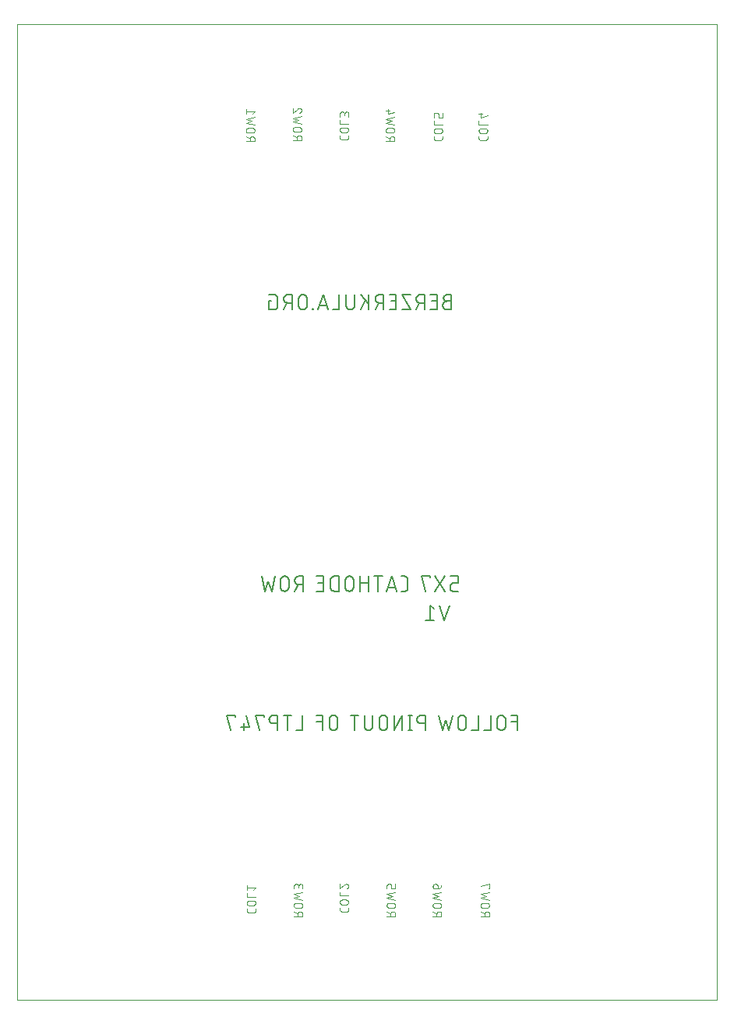
<source format=gbo>
From 8ca355ce2fb55b6754689534d40248afe9b2001b Mon Sep 17 00:00:00 2001
From: kb0iic <kb0iic@berzerkula.org>
Date: Fri, 22 Jun 2018 21:00:36 -0500
Subject: Create a 76mm x 106mm 5x7 common cathode row dot matrix display with
 5mm LED's following the LTP747 pinout.

---
 eagle/5x7 Display/5x7_5mm_Cathode_Row_4inch.GBO | 4691 +++++++++++++++++++++++
 1 file changed, 4691 insertions(+)
 create mode 100644 eagle/5x7 Display/5x7_5mm_Cathode_Row_4inch.GBO

(limited to 'eagle/5x7 Display/5x7_5mm_Cathode_Row_4inch.GBO')

diff --git a/eagle/5x7 Display/5x7_5mm_Cathode_Row_4inch.GBO b/eagle/5x7 Display/5x7_5mm_Cathode_Row_4inch.GBO
new file mode 100644
index 0000000..eb04ac3
--- /dev/null
+++ b/eagle/5x7 Display/5x7_5mm_Cathode_Row_4inch.GBO	
@@ -0,0 +1,4691 @@
+G75*
+%MOIN*%
+%OFA0B0*%
+%FSLAX25Y25*%
+%IPPOS*%
+%LPD*%
+%AMOC8*
+5,1,8,0,0,1.08239X$1,22.5*
+%
+%ADD10C,0.00000*%
+%ADD11C,0.00600*%
+%ADD12C,0.00300*%
+D10*
+X0001000Y0001000D02*
+X0001000Y0418323D01*
+X0300213Y0418323D01*
+X0300213Y0001000D01*
+X0001000Y0001000D01*
+D11*
+X0092283Y0116261D02*
+X0090505Y0122661D01*
+X0094061Y0122661D01*
+X0094061Y0121950D01*
+X0097726Y0119105D02*
+X0097726Y0116261D01*
+X0096659Y0117683D02*
+X0100215Y0117683D01*
+X0098793Y0122661D01*
+X0102813Y0122661D02*
+X0104591Y0116261D01*
+X0106369Y0121950D02*
+X0106369Y0122661D01*
+X0102813Y0122661D01*
+X0110457Y0122661D02*
+X0112235Y0122661D01*
+X0112235Y0116261D01*
+X0112235Y0119105D02*
+X0110457Y0119105D01*
+X0110374Y0119107D01*
+X0110291Y0119113D01*
+X0110208Y0119123D01*
+X0110125Y0119136D01*
+X0110044Y0119154D01*
+X0109963Y0119175D01*
+X0109884Y0119200D01*
+X0109806Y0119229D01*
+X0109729Y0119261D01*
+X0109654Y0119297D01*
+X0109580Y0119336D01*
+X0109509Y0119379D01*
+X0109439Y0119425D01*
+X0109372Y0119475D01*
+X0109307Y0119527D01*
+X0109245Y0119582D01*
+X0109185Y0119641D01*
+X0109128Y0119702D01*
+X0109074Y0119765D01*
+X0109023Y0119831D01*
+X0108976Y0119900D01*
+X0108931Y0119970D01*
+X0108890Y0120043D01*
+X0108853Y0120117D01*
+X0108818Y0120193D01*
+X0108788Y0120271D01*
+X0108761Y0120349D01*
+X0108738Y0120430D01*
+X0108718Y0120511D01*
+X0108703Y0120593D01*
+X0108691Y0120675D01*
+X0108683Y0120758D01*
+X0108679Y0120841D01*
+X0108679Y0120925D01*
+X0108683Y0121008D01*
+X0108691Y0121091D01*
+X0108703Y0121173D01*
+X0108718Y0121255D01*
+X0108738Y0121336D01*
+X0108761Y0121417D01*
+X0108788Y0121495D01*
+X0108818Y0121573D01*
+X0108853Y0121649D01*
+X0108890Y0121723D01*
+X0108931Y0121796D01*
+X0108976Y0121866D01*
+X0109023Y0121935D01*
+X0109074Y0122001D01*
+X0109128Y0122064D01*
+X0109185Y0122125D01*
+X0109245Y0122184D01*
+X0109307Y0122239D01*
+X0109372Y0122291D01*
+X0109439Y0122341D01*
+X0109509Y0122387D01*
+X0109580Y0122430D01*
+X0109654Y0122469D01*
+X0109729Y0122505D01*
+X0109806Y0122537D01*
+X0109884Y0122566D01*
+X0109963Y0122591D01*
+X0110044Y0122612D01*
+X0110125Y0122630D01*
+X0110208Y0122643D01*
+X0110291Y0122653D01*
+X0110374Y0122659D01*
+X0110457Y0122661D01*
+X0114711Y0122661D02*
+X0118267Y0122661D01*
+X0116489Y0122661D02*
+X0116489Y0116261D01*
+X0120129Y0116261D02*
+X0122973Y0116261D01*
+X0122973Y0122661D01*
+X0128744Y0122661D02*
+X0131589Y0122661D01*
+X0131589Y0116261D01*
+X0134404Y0118038D02*
+X0134404Y0120883D01*
+X0134406Y0120966D01*
+X0134412Y0121049D01*
+X0134422Y0121132D01*
+X0134435Y0121215D01*
+X0134453Y0121296D01*
+X0134474Y0121377D01*
+X0134499Y0121456D01*
+X0134528Y0121534D01*
+X0134560Y0121611D01*
+X0134596Y0121686D01*
+X0134635Y0121760D01*
+X0134678Y0121831D01*
+X0134724Y0121901D01*
+X0134774Y0121968D01*
+X0134826Y0122033D01*
+X0134881Y0122095D01*
+X0134940Y0122155D01*
+X0135001Y0122212D01*
+X0135064Y0122266D01*
+X0135130Y0122317D01*
+X0135199Y0122364D01*
+X0135269Y0122409D01*
+X0135342Y0122450D01*
+X0135416Y0122487D01*
+X0135492Y0122522D01*
+X0135570Y0122552D01*
+X0135648Y0122579D01*
+X0135729Y0122602D01*
+X0135810Y0122622D01*
+X0135892Y0122637D01*
+X0135974Y0122649D01*
+X0136057Y0122657D01*
+X0136140Y0122661D01*
+X0136224Y0122661D01*
+X0136307Y0122657D01*
+X0136390Y0122649D01*
+X0136472Y0122637D01*
+X0136554Y0122622D01*
+X0136635Y0122602D01*
+X0136716Y0122579D01*
+X0136794Y0122552D01*
+X0136872Y0122522D01*
+X0136948Y0122487D01*
+X0137022Y0122450D01*
+X0137095Y0122409D01*
+X0137165Y0122364D01*
+X0137234Y0122317D01*
+X0137300Y0122266D01*
+X0137363Y0122212D01*
+X0137424Y0122155D01*
+X0137483Y0122095D01*
+X0137538Y0122033D01*
+X0137590Y0121968D01*
+X0137640Y0121901D01*
+X0137686Y0121831D01*
+X0137729Y0121760D01*
+X0137768Y0121686D01*
+X0137804Y0121611D01*
+X0137836Y0121534D01*
+X0137865Y0121456D01*
+X0137890Y0121377D01*
+X0137911Y0121296D01*
+X0137929Y0121215D01*
+X0137942Y0121132D01*
+X0137952Y0121049D01*
+X0137958Y0120966D01*
+X0137960Y0120883D01*
+X0137960Y0118038D01*
+X0137958Y0117955D01*
+X0137952Y0117872D01*
+X0137942Y0117789D01*
+X0137929Y0117706D01*
+X0137911Y0117625D01*
+X0137890Y0117544D01*
+X0137865Y0117465D01*
+X0137836Y0117387D01*
+X0137804Y0117310D01*
+X0137768Y0117235D01*
+X0137729Y0117161D01*
+X0137686Y0117090D01*
+X0137640Y0117020D01*
+X0137590Y0116953D01*
+X0137538Y0116888D01*
+X0137483Y0116826D01*
+X0137424Y0116766D01*
+X0137363Y0116709D01*
+X0137300Y0116655D01*
+X0137234Y0116604D01*
+X0137165Y0116557D01*
+X0137095Y0116512D01*
+X0137022Y0116471D01*
+X0136948Y0116434D01*
+X0136872Y0116399D01*
+X0136794Y0116369D01*
+X0136716Y0116342D01*
+X0136635Y0116319D01*
+X0136554Y0116299D01*
+X0136472Y0116284D01*
+X0136390Y0116272D01*
+X0136307Y0116264D01*
+X0136224Y0116260D01*
+X0136140Y0116260D01*
+X0136057Y0116264D01*
+X0135974Y0116272D01*
+X0135892Y0116284D01*
+X0135810Y0116299D01*
+X0135729Y0116319D01*
+X0135648Y0116342D01*
+X0135570Y0116369D01*
+X0135492Y0116399D01*
+X0135416Y0116434D01*
+X0135342Y0116471D01*
+X0135269Y0116512D01*
+X0135199Y0116557D01*
+X0135130Y0116604D01*
+X0135064Y0116655D01*
+X0135001Y0116709D01*
+X0134940Y0116766D01*
+X0134881Y0116826D01*
+X0134826Y0116888D01*
+X0134774Y0116953D01*
+X0134724Y0117020D01*
+X0134678Y0117090D01*
+X0134635Y0117161D01*
+X0134596Y0117235D01*
+X0134560Y0117310D01*
+X0134528Y0117387D01*
+X0134499Y0117465D01*
+X0134474Y0117544D01*
+X0134453Y0117625D01*
+X0134435Y0117706D01*
+X0134422Y0117789D01*
+X0134412Y0117872D01*
+X0134406Y0117955D01*
+X0134404Y0118038D01*
+X0131589Y0119816D02*
+X0128744Y0119816D01*
+X0143430Y0122661D02*
+X0146986Y0122661D01*
+X0145208Y0122661D02*
+X0145208Y0116261D01*
+X0149379Y0118038D02*
+X0149379Y0122661D01*
+X0152934Y0122661D02*
+X0152934Y0118038D01*
+X0152935Y0118038D02*
+X0152933Y0117955D01*
+X0152927Y0117872D01*
+X0152917Y0117789D01*
+X0152904Y0117706D01*
+X0152886Y0117625D01*
+X0152865Y0117544D01*
+X0152840Y0117465D01*
+X0152811Y0117387D01*
+X0152779Y0117310D01*
+X0152743Y0117235D01*
+X0152704Y0117161D01*
+X0152661Y0117090D01*
+X0152615Y0117020D01*
+X0152565Y0116953D01*
+X0152513Y0116888D01*
+X0152458Y0116826D01*
+X0152399Y0116766D01*
+X0152338Y0116709D01*
+X0152275Y0116655D01*
+X0152209Y0116604D01*
+X0152140Y0116557D01*
+X0152070Y0116512D01*
+X0151997Y0116471D01*
+X0151923Y0116434D01*
+X0151847Y0116399D01*
+X0151769Y0116369D01*
+X0151691Y0116342D01*
+X0151610Y0116319D01*
+X0151529Y0116299D01*
+X0151447Y0116284D01*
+X0151365Y0116272D01*
+X0151282Y0116264D01*
+X0151199Y0116260D01*
+X0151115Y0116260D01*
+X0151032Y0116264D01*
+X0150949Y0116272D01*
+X0150867Y0116284D01*
+X0150785Y0116299D01*
+X0150704Y0116319D01*
+X0150623Y0116342D01*
+X0150545Y0116369D01*
+X0150467Y0116399D01*
+X0150391Y0116434D01*
+X0150317Y0116471D01*
+X0150244Y0116512D01*
+X0150174Y0116557D01*
+X0150105Y0116604D01*
+X0150039Y0116655D01*
+X0149976Y0116709D01*
+X0149915Y0116766D01*
+X0149856Y0116826D01*
+X0149801Y0116888D01*
+X0149749Y0116953D01*
+X0149699Y0117020D01*
+X0149653Y0117090D01*
+X0149610Y0117161D01*
+X0149571Y0117235D01*
+X0149535Y0117310D01*
+X0149503Y0117387D01*
+X0149474Y0117465D01*
+X0149449Y0117544D01*
+X0149428Y0117625D01*
+X0149410Y0117706D01*
+X0149397Y0117789D01*
+X0149387Y0117872D01*
+X0149381Y0117955D01*
+X0149379Y0118038D01*
+X0155738Y0118038D02*
+X0155738Y0120883D01*
+X0155740Y0120966D01*
+X0155746Y0121049D01*
+X0155756Y0121132D01*
+X0155769Y0121215D01*
+X0155787Y0121296D01*
+X0155808Y0121377D01*
+X0155833Y0121456D01*
+X0155862Y0121534D01*
+X0155894Y0121611D01*
+X0155930Y0121686D01*
+X0155969Y0121760D01*
+X0156012Y0121831D01*
+X0156058Y0121901D01*
+X0156108Y0121968D01*
+X0156160Y0122033D01*
+X0156215Y0122095D01*
+X0156274Y0122155D01*
+X0156335Y0122212D01*
+X0156398Y0122266D01*
+X0156464Y0122317D01*
+X0156533Y0122364D01*
+X0156603Y0122409D01*
+X0156676Y0122450D01*
+X0156750Y0122487D01*
+X0156826Y0122522D01*
+X0156904Y0122552D01*
+X0156982Y0122579D01*
+X0157063Y0122602D01*
+X0157144Y0122622D01*
+X0157226Y0122637D01*
+X0157308Y0122649D01*
+X0157391Y0122657D01*
+X0157474Y0122661D01*
+X0157558Y0122661D01*
+X0157641Y0122657D01*
+X0157724Y0122649D01*
+X0157806Y0122637D01*
+X0157888Y0122622D01*
+X0157969Y0122602D01*
+X0158050Y0122579D01*
+X0158128Y0122552D01*
+X0158206Y0122522D01*
+X0158282Y0122487D01*
+X0158356Y0122450D01*
+X0158429Y0122409D01*
+X0158499Y0122364D01*
+X0158568Y0122317D01*
+X0158634Y0122266D01*
+X0158697Y0122212D01*
+X0158758Y0122155D01*
+X0158817Y0122095D01*
+X0158872Y0122033D01*
+X0158924Y0121968D01*
+X0158974Y0121901D01*
+X0159020Y0121831D01*
+X0159063Y0121760D01*
+X0159102Y0121686D01*
+X0159138Y0121611D01*
+X0159170Y0121534D01*
+X0159199Y0121456D01*
+X0159224Y0121377D01*
+X0159245Y0121296D01*
+X0159263Y0121215D01*
+X0159276Y0121132D01*
+X0159286Y0121049D01*
+X0159292Y0120966D01*
+X0159294Y0120883D01*
+X0159294Y0118038D01*
+X0159292Y0117955D01*
+X0159286Y0117872D01*
+X0159276Y0117789D01*
+X0159263Y0117706D01*
+X0159245Y0117625D01*
+X0159224Y0117544D01*
+X0159199Y0117465D01*
+X0159170Y0117387D01*
+X0159138Y0117310D01*
+X0159102Y0117235D01*
+X0159063Y0117161D01*
+X0159020Y0117090D01*
+X0158974Y0117020D01*
+X0158924Y0116953D01*
+X0158872Y0116888D01*
+X0158817Y0116826D01*
+X0158758Y0116766D01*
+X0158697Y0116709D01*
+X0158634Y0116655D01*
+X0158568Y0116604D01*
+X0158499Y0116557D01*
+X0158429Y0116512D01*
+X0158356Y0116471D01*
+X0158282Y0116434D01*
+X0158206Y0116399D01*
+X0158128Y0116369D01*
+X0158050Y0116342D01*
+X0157969Y0116319D01*
+X0157888Y0116299D01*
+X0157806Y0116284D01*
+X0157724Y0116272D01*
+X0157641Y0116264D01*
+X0157558Y0116260D01*
+X0157474Y0116260D01*
+X0157391Y0116264D01*
+X0157308Y0116272D01*
+X0157226Y0116284D01*
+X0157144Y0116299D01*
+X0157063Y0116319D01*
+X0156982Y0116342D01*
+X0156904Y0116369D01*
+X0156826Y0116399D01*
+X0156750Y0116434D01*
+X0156676Y0116471D01*
+X0156603Y0116512D01*
+X0156533Y0116557D01*
+X0156464Y0116604D01*
+X0156398Y0116655D01*
+X0156335Y0116709D01*
+X0156274Y0116766D01*
+X0156215Y0116826D01*
+X0156160Y0116888D01*
+X0156108Y0116953D01*
+X0156058Y0117020D01*
+X0156012Y0117090D01*
+X0155969Y0117161D01*
+X0155930Y0117235D01*
+X0155894Y0117310D01*
+X0155862Y0117387D01*
+X0155833Y0117465D01*
+X0155808Y0117544D01*
+X0155787Y0117625D01*
+X0155769Y0117706D01*
+X0155756Y0117789D01*
+X0155746Y0117872D01*
+X0155740Y0117955D01*
+X0155738Y0118038D01*
+X0162097Y0116261D02*
+X0162097Y0122661D01*
+X0165653Y0122661D02*
+X0162097Y0116261D01*
+X0165653Y0116261D02*
+X0165653Y0122661D01*
+X0168292Y0122661D02*
+X0169714Y0122661D01*
+X0169003Y0122661D02*
+X0169003Y0116261D01*
+X0169714Y0116261D02*
+X0168292Y0116261D01*
+X0173638Y0119105D02*
+X0175416Y0119105D01*
+X0173638Y0119105D02*
+X0173555Y0119107D01*
+X0173472Y0119113D01*
+X0173389Y0119123D01*
+X0173306Y0119136D01*
+X0173225Y0119154D01*
+X0173144Y0119175D01*
+X0173065Y0119200D01*
+X0172987Y0119229D01*
+X0172910Y0119261D01*
+X0172835Y0119297D01*
+X0172761Y0119336D01*
+X0172690Y0119379D01*
+X0172620Y0119425D01*
+X0172553Y0119475D01*
+X0172488Y0119527D01*
+X0172426Y0119582D01*
+X0172366Y0119641D01*
+X0172309Y0119702D01*
+X0172255Y0119765D01*
+X0172204Y0119831D01*
+X0172157Y0119900D01*
+X0172112Y0119970D01*
+X0172071Y0120043D01*
+X0172034Y0120117D01*
+X0171999Y0120193D01*
+X0171969Y0120271D01*
+X0171942Y0120349D01*
+X0171919Y0120430D01*
+X0171899Y0120511D01*
+X0171884Y0120593D01*
+X0171872Y0120675D01*
+X0171864Y0120758D01*
+X0171860Y0120841D01*
+X0171860Y0120925D01*
+X0171864Y0121008D01*
+X0171872Y0121091D01*
+X0171884Y0121173D01*
+X0171899Y0121255D01*
+X0171919Y0121336D01*
+X0171942Y0121417D01*
+X0171969Y0121495D01*
+X0171999Y0121573D01*
+X0172034Y0121649D01*
+X0172071Y0121723D01*
+X0172112Y0121796D01*
+X0172157Y0121866D01*
+X0172204Y0121935D01*
+X0172255Y0122001D01*
+X0172309Y0122064D01*
+X0172366Y0122125D01*
+X0172426Y0122184D01*
+X0172488Y0122239D01*
+X0172553Y0122291D01*
+X0172620Y0122341D01*
+X0172690Y0122387D01*
+X0172761Y0122430D01*
+X0172835Y0122469D01*
+X0172910Y0122505D01*
+X0172987Y0122537D01*
+X0173065Y0122566D01*
+X0173144Y0122591D01*
+X0173225Y0122612D01*
+X0173306Y0122630D01*
+X0173389Y0122643D01*
+X0173472Y0122653D01*
+X0173555Y0122659D01*
+X0173638Y0122661D01*
+X0175416Y0122661D01*
+X0175416Y0116261D01*
+X0182761Y0116261D02*
+X0181339Y0122661D01*
+X0184183Y0120527D02*
+X0182761Y0116261D01*
+X0185605Y0116261D02*
+X0184183Y0120527D01*
+X0187028Y0122661D02*
+X0185605Y0116261D01*
+X0189380Y0118038D02*
+X0189380Y0120883D01*
+X0189382Y0120966D01*
+X0189388Y0121049D01*
+X0189398Y0121132D01*
+X0189411Y0121215D01*
+X0189429Y0121296D01*
+X0189450Y0121377D01*
+X0189475Y0121456D01*
+X0189504Y0121534D01*
+X0189536Y0121611D01*
+X0189572Y0121686D01*
+X0189611Y0121760D01*
+X0189654Y0121831D01*
+X0189700Y0121901D01*
+X0189750Y0121968D01*
+X0189802Y0122033D01*
+X0189857Y0122095D01*
+X0189916Y0122155D01*
+X0189977Y0122212D01*
+X0190040Y0122266D01*
+X0190106Y0122317D01*
+X0190175Y0122364D01*
+X0190245Y0122409D01*
+X0190318Y0122450D01*
+X0190392Y0122487D01*
+X0190468Y0122522D01*
+X0190546Y0122552D01*
+X0190624Y0122579D01*
+X0190705Y0122602D01*
+X0190786Y0122622D01*
+X0190868Y0122637D01*
+X0190950Y0122649D01*
+X0191033Y0122657D01*
+X0191116Y0122661D01*
+X0191200Y0122661D01*
+X0191283Y0122657D01*
+X0191366Y0122649D01*
+X0191448Y0122637D01*
+X0191530Y0122622D01*
+X0191611Y0122602D01*
+X0191692Y0122579D01*
+X0191770Y0122552D01*
+X0191848Y0122522D01*
+X0191924Y0122487D01*
+X0191998Y0122450D01*
+X0192071Y0122409D01*
+X0192141Y0122364D01*
+X0192210Y0122317D01*
+X0192276Y0122266D01*
+X0192339Y0122212D01*
+X0192400Y0122155D01*
+X0192459Y0122095D01*
+X0192514Y0122033D01*
+X0192566Y0121968D01*
+X0192616Y0121901D01*
+X0192662Y0121831D01*
+X0192705Y0121760D01*
+X0192744Y0121686D01*
+X0192780Y0121611D01*
+X0192812Y0121534D01*
+X0192841Y0121456D01*
+X0192866Y0121377D01*
+X0192887Y0121296D01*
+X0192905Y0121215D01*
+X0192918Y0121132D01*
+X0192928Y0121049D01*
+X0192934Y0120966D01*
+X0192936Y0120883D01*
+X0192936Y0118038D01*
+X0192934Y0117955D01*
+X0192928Y0117872D01*
+X0192918Y0117789D01*
+X0192905Y0117706D01*
+X0192887Y0117625D01*
+X0192866Y0117544D01*
+X0192841Y0117465D01*
+X0192812Y0117387D01*
+X0192780Y0117310D01*
+X0192744Y0117235D01*
+X0192705Y0117161D01*
+X0192662Y0117090D01*
+X0192616Y0117020D01*
+X0192566Y0116953D01*
+X0192514Y0116888D01*
+X0192459Y0116826D01*
+X0192400Y0116766D01*
+X0192339Y0116709D01*
+X0192276Y0116655D01*
+X0192210Y0116604D01*
+X0192141Y0116557D01*
+X0192071Y0116512D01*
+X0191998Y0116471D01*
+X0191924Y0116434D01*
+X0191848Y0116399D01*
+X0191770Y0116369D01*
+X0191692Y0116342D01*
+X0191611Y0116319D01*
+X0191530Y0116299D01*
+X0191448Y0116284D01*
+X0191366Y0116272D01*
+X0191283Y0116264D01*
+X0191200Y0116260D01*
+X0191116Y0116260D01*
+X0191033Y0116264D01*
+X0190950Y0116272D01*
+X0190868Y0116284D01*
+X0190786Y0116299D01*
+X0190705Y0116319D01*
+X0190624Y0116342D01*
+X0190546Y0116369D01*
+X0190468Y0116399D01*
+X0190392Y0116434D01*
+X0190318Y0116471D01*
+X0190245Y0116512D01*
+X0190175Y0116557D01*
+X0190106Y0116604D01*
+X0190040Y0116655D01*
+X0189977Y0116709D01*
+X0189916Y0116766D01*
+X0189857Y0116826D01*
+X0189802Y0116888D01*
+X0189750Y0116953D01*
+X0189700Y0117020D01*
+X0189654Y0117090D01*
+X0189611Y0117161D01*
+X0189572Y0117235D01*
+X0189536Y0117310D01*
+X0189504Y0117387D01*
+X0189475Y0117465D01*
+X0189450Y0117544D01*
+X0189429Y0117625D01*
+X0189411Y0117706D01*
+X0189398Y0117789D01*
+X0189388Y0117872D01*
+X0189382Y0117955D01*
+X0189380Y0118038D01*
+X0195208Y0116261D02*
+X0198052Y0116261D01*
+X0198052Y0122661D01*
+X0203386Y0122661D02*
+X0203386Y0116261D01*
+X0200541Y0116261D01*
+X0206201Y0118038D02*
+X0206201Y0120883D01*
+X0206203Y0120966D01*
+X0206209Y0121049D01*
+X0206219Y0121132D01*
+X0206232Y0121215D01*
+X0206250Y0121296D01*
+X0206271Y0121377D01*
+X0206296Y0121456D01*
+X0206325Y0121534D01*
+X0206357Y0121611D01*
+X0206393Y0121686D01*
+X0206432Y0121760D01*
+X0206475Y0121831D01*
+X0206521Y0121901D01*
+X0206571Y0121968D01*
+X0206623Y0122033D01*
+X0206678Y0122095D01*
+X0206737Y0122155D01*
+X0206798Y0122212D01*
+X0206861Y0122266D01*
+X0206927Y0122317D01*
+X0206996Y0122364D01*
+X0207066Y0122409D01*
+X0207139Y0122450D01*
+X0207213Y0122487D01*
+X0207289Y0122522D01*
+X0207367Y0122552D01*
+X0207445Y0122579D01*
+X0207526Y0122602D01*
+X0207607Y0122622D01*
+X0207689Y0122637D01*
+X0207771Y0122649D01*
+X0207854Y0122657D01*
+X0207937Y0122661D01*
+X0208021Y0122661D01*
+X0208104Y0122657D01*
+X0208187Y0122649D01*
+X0208269Y0122637D01*
+X0208351Y0122622D01*
+X0208432Y0122602D01*
+X0208513Y0122579D01*
+X0208591Y0122552D01*
+X0208669Y0122522D01*
+X0208745Y0122487D01*
+X0208819Y0122450D01*
+X0208892Y0122409D01*
+X0208962Y0122364D01*
+X0209031Y0122317D01*
+X0209097Y0122266D01*
+X0209160Y0122212D01*
+X0209221Y0122155D01*
+X0209280Y0122095D01*
+X0209335Y0122033D01*
+X0209387Y0121968D01*
+X0209437Y0121901D01*
+X0209483Y0121831D01*
+X0209526Y0121760D01*
+X0209565Y0121686D01*
+X0209601Y0121611D01*
+X0209633Y0121534D01*
+X0209662Y0121456D01*
+X0209687Y0121377D01*
+X0209708Y0121296D01*
+X0209726Y0121215D01*
+X0209739Y0121132D01*
+X0209749Y0121049D01*
+X0209755Y0120966D01*
+X0209757Y0120883D01*
+X0209757Y0118038D01*
+X0209755Y0117955D01*
+X0209749Y0117872D01*
+X0209739Y0117789D01*
+X0209726Y0117706D01*
+X0209708Y0117625D01*
+X0209687Y0117544D01*
+X0209662Y0117465D01*
+X0209633Y0117387D01*
+X0209601Y0117310D01*
+X0209565Y0117235D01*
+X0209526Y0117161D01*
+X0209483Y0117090D01*
+X0209437Y0117020D01*
+X0209387Y0116953D01*
+X0209335Y0116888D01*
+X0209280Y0116826D01*
+X0209221Y0116766D01*
+X0209160Y0116709D01*
+X0209097Y0116655D01*
+X0209031Y0116604D01*
+X0208962Y0116557D01*
+X0208892Y0116512D01*
+X0208819Y0116471D01*
+X0208745Y0116434D01*
+X0208669Y0116399D01*
+X0208591Y0116369D01*
+X0208513Y0116342D01*
+X0208432Y0116319D01*
+X0208351Y0116299D01*
+X0208269Y0116284D01*
+X0208187Y0116272D01*
+X0208104Y0116264D01*
+X0208021Y0116260D01*
+X0207937Y0116260D01*
+X0207854Y0116264D01*
+X0207771Y0116272D01*
+X0207689Y0116284D01*
+X0207607Y0116299D01*
+X0207526Y0116319D01*
+X0207445Y0116342D01*
+X0207367Y0116369D01*
+X0207289Y0116399D01*
+X0207213Y0116434D01*
+X0207139Y0116471D01*
+X0207066Y0116512D01*
+X0206996Y0116557D01*
+X0206927Y0116604D01*
+X0206861Y0116655D01*
+X0206798Y0116709D01*
+X0206737Y0116766D01*
+X0206678Y0116826D01*
+X0206623Y0116888D01*
+X0206571Y0116953D01*
+X0206521Y0117020D01*
+X0206475Y0117090D01*
+X0206432Y0117161D01*
+X0206393Y0117235D01*
+X0206357Y0117310D01*
+X0206325Y0117387D01*
+X0206296Y0117465D01*
+X0206271Y0117544D01*
+X0206250Y0117625D01*
+X0206232Y0117706D01*
+X0206219Y0117789D01*
+X0206209Y0117872D01*
+X0206203Y0117955D01*
+X0206201Y0118038D01*
+X0212029Y0119816D02*
+X0214873Y0119816D01*
+X0214873Y0122661D02*
+X0212029Y0122661D01*
+X0214873Y0122661D02*
+X0214873Y0116261D01*
+X0183606Y0163111D02*
+X0181473Y0169511D01*
+X0179230Y0168089D02*
+X0177452Y0169511D01*
+X0177452Y0163111D01*
+X0179230Y0163111D02*
+X0175674Y0163111D01*
+X0183606Y0163111D02*
+X0185739Y0169511D01*
+X0187543Y0175709D02*
+X0189676Y0175709D01*
+X0187543Y0175710D02*
+X0187469Y0175712D01*
+X0187394Y0175718D01*
+X0187321Y0175728D01*
+X0187247Y0175741D01*
+X0187175Y0175758D01*
+X0187104Y0175780D01*
+X0187033Y0175804D01*
+X0186965Y0175833D01*
+X0186897Y0175865D01*
+X0186832Y0175901D01*
+X0186769Y0175939D01*
+X0186707Y0175982D01*
+X0186648Y0176027D01*
+X0186591Y0176075D01*
+X0186537Y0176126D01*
+X0186486Y0176180D01*
+X0186438Y0176237D01*
+X0186393Y0176296D01*
+X0186350Y0176358D01*
+X0186312Y0176421D01*
+X0186276Y0176486D01*
+X0186244Y0176554D01*
+X0186215Y0176622D01*
+X0186191Y0176693D01*
+X0186169Y0176764D01*
+X0186152Y0176836D01*
+X0186139Y0176910D01*
+X0186129Y0176983D01*
+X0186123Y0177058D01*
+X0186121Y0177132D01*
+X0186121Y0177843D01*
+X0186123Y0177917D01*
+X0186129Y0177992D01*
+X0186139Y0178065D01*
+X0186152Y0178139D01*
+X0186169Y0178211D01*
+X0186191Y0178282D01*
+X0186215Y0178353D01*
+X0186244Y0178421D01*
+X0186276Y0178489D01*
+X0186312Y0178554D01*
+X0186350Y0178617D01*
+X0186393Y0178679D01*
+X0186438Y0178738D01*
+X0186486Y0178795D01*
+X0186537Y0178849D01*
+X0186591Y0178900D01*
+X0186648Y0178948D01*
+X0186707Y0178993D01*
+X0186769Y0179036D01*
+X0186832Y0179074D01*
+X0186897Y0179110D01*
+X0186965Y0179142D01*
+X0187033Y0179171D01*
+X0187104Y0179195D01*
+X0187175Y0179217D01*
+X0187247Y0179234D01*
+X0187321Y0179247D01*
+X0187394Y0179257D01*
+X0187469Y0179263D01*
+X0187543Y0179265D01*
+X0189676Y0179265D01*
+X0189676Y0182109D01*
+X0186121Y0182109D01*
+X0183878Y0182109D02*
+X0179611Y0175709D01*
+X0175591Y0175709D02*
+X0173813Y0182109D01*
+X0177368Y0182109D01*
+X0177368Y0181398D01*
+X0179611Y0182109D02*
+X0183878Y0175709D01*
+X0167948Y0177132D02*
+X0167948Y0180687D01*
+X0167947Y0180687D02*
+X0167945Y0180761D01*
+X0167939Y0180836D01*
+X0167929Y0180909D01*
+X0167916Y0180983D01*
+X0167899Y0181055D01*
+X0167877Y0181126D01*
+X0167853Y0181197D01*
+X0167824Y0181265D01*
+X0167792Y0181333D01*
+X0167756Y0181398D01*
+X0167718Y0181461D01*
+X0167675Y0181523D01*
+X0167630Y0181582D01*
+X0167582Y0181639D01*
+X0167531Y0181693D01*
+X0167477Y0181744D01*
+X0167420Y0181792D01*
+X0167361Y0181837D01*
+X0167299Y0181880D01*
+X0167236Y0181918D01*
+X0167171Y0181954D01*
+X0167103Y0181986D01*
+X0167035Y0182015D01*
+X0166964Y0182039D01*
+X0166893Y0182061D01*
+X0166821Y0182078D01*
+X0166747Y0182091D01*
+X0166674Y0182101D01*
+X0166599Y0182107D01*
+X0166525Y0182109D01*
+X0165103Y0182109D01*
+X0161026Y0182109D02*
+X0158893Y0175709D01*
+X0159426Y0177309D02*
+X0162626Y0177309D01*
+X0163159Y0175709D02*
+X0161026Y0182109D01*
+X0157060Y0182109D02*
+X0153504Y0182109D01*
+X0155282Y0182109D02*
+X0155282Y0175709D01*
+X0151111Y0175709D02*
+X0151111Y0182109D01*
+X0151111Y0179265D02*
+X0147556Y0179265D01*
+X0147556Y0182109D02*
+X0147556Y0175709D01*
+X0144752Y0177487D02*
+X0144752Y0180332D01*
+X0144750Y0180415D01*
+X0144744Y0180498D01*
+X0144734Y0180581D01*
+X0144721Y0180664D01*
+X0144703Y0180745D01*
+X0144682Y0180826D01*
+X0144657Y0180905D01*
+X0144628Y0180983D01*
+X0144596Y0181060D01*
+X0144560Y0181135D01*
+X0144521Y0181209D01*
+X0144478Y0181280D01*
+X0144432Y0181350D01*
+X0144382Y0181417D01*
+X0144330Y0181482D01*
+X0144275Y0181544D01*
+X0144216Y0181604D01*
+X0144155Y0181661D01*
+X0144092Y0181715D01*
+X0144026Y0181766D01*
+X0143957Y0181813D01*
+X0143887Y0181858D01*
+X0143814Y0181899D01*
+X0143740Y0181936D01*
+X0143664Y0181971D01*
+X0143586Y0182001D01*
+X0143508Y0182028D01*
+X0143427Y0182051D01*
+X0143346Y0182071D01*
+X0143264Y0182086D01*
+X0143182Y0182098D01*
+X0143099Y0182106D01*
+X0143016Y0182110D01*
+X0142932Y0182110D01*
+X0142849Y0182106D01*
+X0142766Y0182098D01*
+X0142684Y0182086D01*
+X0142602Y0182071D01*
+X0142521Y0182051D01*
+X0142440Y0182028D01*
+X0142362Y0182001D01*
+X0142284Y0181971D01*
+X0142208Y0181936D01*
+X0142134Y0181899D01*
+X0142061Y0181858D01*
+X0141991Y0181813D01*
+X0141922Y0181766D01*
+X0141856Y0181715D01*
+X0141793Y0181661D01*
+X0141732Y0181604D01*
+X0141673Y0181544D01*
+X0141618Y0181482D01*
+X0141566Y0181417D01*
+X0141516Y0181350D01*
+X0141470Y0181280D01*
+X0141427Y0181209D01*
+X0141388Y0181135D01*
+X0141352Y0181060D01*
+X0141320Y0180983D01*
+X0141291Y0180905D01*
+X0141266Y0180826D01*
+X0141245Y0180745D01*
+X0141227Y0180664D01*
+X0141214Y0180581D01*
+X0141204Y0180498D01*
+X0141198Y0180415D01*
+X0141196Y0180332D01*
+X0141196Y0177487D01*
+X0141198Y0177404D01*
+X0141204Y0177321D01*
+X0141214Y0177238D01*
+X0141227Y0177155D01*
+X0141245Y0177074D01*
+X0141266Y0176993D01*
+X0141291Y0176914D01*
+X0141320Y0176836D01*
+X0141352Y0176759D01*
+X0141388Y0176684D01*
+X0141427Y0176610D01*
+X0141470Y0176539D01*
+X0141516Y0176469D01*
+X0141566Y0176402D01*
+X0141618Y0176337D01*
+X0141673Y0176275D01*
+X0141732Y0176215D01*
+X0141793Y0176158D01*
+X0141856Y0176104D01*
+X0141922Y0176053D01*
+X0141991Y0176006D01*
+X0142061Y0175961D01*
+X0142134Y0175920D01*
+X0142208Y0175883D01*
+X0142284Y0175848D01*
+X0142362Y0175818D01*
+X0142440Y0175791D01*
+X0142521Y0175768D01*
+X0142602Y0175748D01*
+X0142684Y0175733D01*
+X0142766Y0175721D01*
+X0142849Y0175713D01*
+X0142932Y0175709D01*
+X0143016Y0175709D01*
+X0143099Y0175713D01*
+X0143182Y0175721D01*
+X0143264Y0175733D01*
+X0143346Y0175748D01*
+X0143427Y0175768D01*
+X0143508Y0175791D01*
+X0143586Y0175818D01*
+X0143664Y0175848D01*
+X0143740Y0175883D01*
+X0143814Y0175920D01*
+X0143887Y0175961D01*
+X0143957Y0176006D01*
+X0144026Y0176053D01*
+X0144092Y0176104D01*
+X0144155Y0176158D01*
+X0144216Y0176215D01*
+X0144275Y0176275D01*
+X0144330Y0176337D01*
+X0144382Y0176402D01*
+X0144432Y0176469D01*
+X0144478Y0176539D01*
+X0144521Y0176610D01*
+X0144560Y0176684D01*
+X0144596Y0176759D01*
+X0144628Y0176836D01*
+X0144657Y0176914D01*
+X0144682Y0176993D01*
+X0144703Y0177074D01*
+X0144721Y0177155D01*
+X0144734Y0177238D01*
+X0144744Y0177321D01*
+X0144750Y0177404D01*
+X0144752Y0177487D01*
+X0138393Y0175709D02*
+X0136615Y0175709D01*
+X0138393Y0175709D02*
+X0138393Y0182109D01*
+X0136615Y0182109D01*
+X0136615Y0182110D02*
+X0136533Y0182108D01*
+X0136451Y0182102D01*
+X0136369Y0182093D01*
+X0136288Y0182080D01*
+X0136208Y0182063D01*
+X0136128Y0182042D01*
+X0136050Y0182018D01*
+X0135973Y0181990D01*
+X0135897Y0181959D01*
+X0135822Y0181924D01*
+X0135750Y0181885D01*
+X0135679Y0181844D01*
+X0135610Y0181799D01*
+X0135544Y0181751D01*
+X0135479Y0181700D01*
+X0135417Y0181646D01*
+X0135358Y0181589D01*
+X0135301Y0181530D01*
+X0135247Y0181468D01*
+X0135196Y0181403D01*
+X0135148Y0181337D01*
+X0135103Y0181268D01*
+X0135062Y0181197D01*
+X0135023Y0181125D01*
+X0134988Y0181050D01*
+X0134957Y0180974D01*
+X0134929Y0180897D01*
+X0134905Y0180819D01*
+X0134884Y0180739D01*
+X0134867Y0180659D01*
+X0134854Y0180578D01*
+X0134845Y0180496D01*
+X0134839Y0180414D01*
+X0134837Y0180332D01*
+X0134837Y0177487D01*
+X0134839Y0177405D01*
+X0134845Y0177323D01*
+X0134854Y0177241D01*
+X0134867Y0177160D01*
+X0134884Y0177080D01*
+X0134905Y0177000D01*
+X0134929Y0176922D01*
+X0134957Y0176845D01*
+X0134988Y0176769D01*
+X0135023Y0176694D01*
+X0135062Y0176622D01*
+X0135103Y0176551D01*
+X0135148Y0176482D01*
+X0135196Y0176416D01*
+X0135247Y0176351D01*
+X0135301Y0176289D01*
+X0135358Y0176230D01*
+X0135417Y0176173D01*
+X0135479Y0176119D01*
+X0135544Y0176068D01*
+X0135610Y0176020D01*
+X0135679Y0175975D01*
+X0135750Y0175934D01*
+X0135822Y0175895D01*
+X0135897Y0175860D01*
+X0135973Y0175829D01*
+X0136050Y0175801D01*
+X0136128Y0175777D01*
+X0136208Y0175756D01*
+X0136288Y0175739D01*
+X0136369Y0175726D01*
+X0136451Y0175717D01*
+X0136533Y0175711D01*
+X0136615Y0175709D01*
+X0131817Y0175709D02*
+X0131817Y0182109D01*
+X0128972Y0182109D01*
+X0129683Y0179265D02*
+X0131817Y0179265D01*
+X0131817Y0175709D02*
+X0128972Y0175709D01*
+X0123177Y0175709D02*
+X0123177Y0182109D01*
+X0121399Y0182109D01*
+X0121399Y0182110D02*
+X0121316Y0182108D01*
+X0121233Y0182102D01*
+X0121150Y0182092D01*
+X0121067Y0182079D01*
+X0120986Y0182061D01*
+X0120905Y0182040D01*
+X0120826Y0182015D01*
+X0120748Y0181986D01*
+X0120671Y0181954D01*
+X0120596Y0181918D01*
+X0120522Y0181879D01*
+X0120451Y0181836D01*
+X0120381Y0181790D01*
+X0120314Y0181740D01*
+X0120249Y0181688D01*
+X0120187Y0181633D01*
+X0120127Y0181574D01*
+X0120070Y0181513D01*
+X0120016Y0181450D01*
+X0119965Y0181384D01*
+X0119918Y0181315D01*
+X0119873Y0181245D01*
+X0119832Y0181172D01*
+X0119795Y0181098D01*
+X0119760Y0181022D01*
+X0119730Y0180944D01*
+X0119703Y0180866D01*
+X0119680Y0180785D01*
+X0119660Y0180704D01*
+X0119645Y0180622D01*
+X0119633Y0180540D01*
+X0119625Y0180457D01*
+X0119621Y0180374D01*
+X0119621Y0180290D01*
+X0119625Y0180207D01*
+X0119633Y0180124D01*
+X0119645Y0180042D01*
+X0119660Y0179960D01*
+X0119680Y0179879D01*
+X0119703Y0179798D01*
+X0119730Y0179720D01*
+X0119760Y0179642D01*
+X0119795Y0179566D01*
+X0119832Y0179492D01*
+X0119873Y0179419D01*
+X0119918Y0179349D01*
+X0119965Y0179280D01*
+X0120016Y0179214D01*
+X0120070Y0179151D01*
+X0120127Y0179090D01*
+X0120187Y0179031D01*
+X0120249Y0178976D01*
+X0120314Y0178924D01*
+X0120381Y0178874D01*
+X0120451Y0178828D01*
+X0120522Y0178785D01*
+X0120596Y0178746D01*
+X0120671Y0178710D01*
+X0120748Y0178678D01*
+X0120826Y0178649D01*
+X0120905Y0178624D01*
+X0120986Y0178603D01*
+X0121067Y0178585D01*
+X0121150Y0178572D01*
+X0121233Y0178562D01*
+X0121316Y0178556D01*
+X0121399Y0178554D01*
+X0123177Y0178554D01*
+X0121043Y0178554D02*
+X0119621Y0175709D01*
+X0117059Y0177487D02*
+X0117059Y0180332D01*
+X0117057Y0180415D01*
+X0117051Y0180498D01*
+X0117041Y0180581D01*
+X0117028Y0180664D01*
+X0117010Y0180745D01*
+X0116989Y0180826D01*
+X0116964Y0180905D01*
+X0116935Y0180983D01*
+X0116903Y0181060D01*
+X0116867Y0181135D01*
+X0116828Y0181209D01*
+X0116785Y0181280D01*
+X0116739Y0181350D01*
+X0116689Y0181417D01*
+X0116637Y0181482D01*
+X0116582Y0181544D01*
+X0116523Y0181604D01*
+X0116462Y0181661D01*
+X0116399Y0181715D01*
+X0116333Y0181766D01*
+X0116264Y0181813D01*
+X0116194Y0181858D01*
+X0116121Y0181899D01*
+X0116047Y0181936D01*
+X0115971Y0181971D01*
+X0115893Y0182001D01*
+X0115815Y0182028D01*
+X0115734Y0182051D01*
+X0115653Y0182071D01*
+X0115571Y0182086D01*
+X0115489Y0182098D01*
+X0115406Y0182106D01*
+X0115323Y0182110D01*
+X0115239Y0182110D01*
+X0115156Y0182106D01*
+X0115073Y0182098D01*
+X0114991Y0182086D01*
+X0114909Y0182071D01*
+X0114828Y0182051D01*
+X0114747Y0182028D01*
+X0114669Y0182001D01*
+X0114591Y0181971D01*
+X0114515Y0181936D01*
+X0114441Y0181899D01*
+X0114368Y0181858D01*
+X0114298Y0181813D01*
+X0114229Y0181766D01*
+X0114163Y0181715D01*
+X0114100Y0181661D01*
+X0114039Y0181604D01*
+X0113980Y0181544D01*
+X0113925Y0181482D01*
+X0113873Y0181417D01*
+X0113823Y0181350D01*
+X0113777Y0181280D01*
+X0113734Y0181209D01*
+X0113695Y0181135D01*
+X0113659Y0181060D01*
+X0113627Y0180983D01*
+X0113598Y0180905D01*
+X0113573Y0180826D01*
+X0113552Y0180745D01*
+X0113534Y0180664D01*
+X0113521Y0180581D01*
+X0113511Y0180498D01*
+X0113505Y0180415D01*
+X0113503Y0180332D01*
+X0113503Y0177487D01*
+X0113505Y0177404D01*
+X0113511Y0177321D01*
+X0113521Y0177238D01*
+X0113534Y0177155D01*
+X0113552Y0177074D01*
+X0113573Y0176993D01*
+X0113598Y0176914D01*
+X0113627Y0176836D01*
+X0113659Y0176759D01*
+X0113695Y0176684D01*
+X0113734Y0176610D01*
+X0113777Y0176539D01*
+X0113823Y0176469D01*
+X0113873Y0176402D01*
+X0113925Y0176337D01*
+X0113980Y0176275D01*
+X0114039Y0176215D01*
+X0114100Y0176158D01*
+X0114163Y0176104D01*
+X0114229Y0176053D01*
+X0114298Y0176006D01*
+X0114368Y0175961D01*
+X0114441Y0175920D01*
+X0114515Y0175883D01*
+X0114591Y0175848D01*
+X0114669Y0175818D01*
+X0114747Y0175791D01*
+X0114828Y0175768D01*
+X0114909Y0175748D01*
+X0114991Y0175733D01*
+X0115073Y0175721D01*
+X0115156Y0175713D01*
+X0115239Y0175709D01*
+X0115323Y0175709D01*
+X0115406Y0175713D01*
+X0115489Y0175721D01*
+X0115571Y0175733D01*
+X0115653Y0175748D01*
+X0115734Y0175768D01*
+X0115815Y0175791D01*
+X0115893Y0175818D01*
+X0115971Y0175848D01*
+X0116047Y0175883D01*
+X0116121Y0175920D01*
+X0116194Y0175961D01*
+X0116264Y0176006D01*
+X0116333Y0176053D01*
+X0116399Y0176104D01*
+X0116462Y0176158D01*
+X0116523Y0176215D01*
+X0116582Y0176275D01*
+X0116637Y0176337D01*
+X0116689Y0176402D01*
+X0116739Y0176469D01*
+X0116785Y0176539D01*
+X0116828Y0176610D01*
+X0116867Y0176684D01*
+X0116903Y0176759D01*
+X0116935Y0176836D01*
+X0116964Y0176914D01*
+X0116989Y0176993D01*
+X0117010Y0177074D01*
+X0117028Y0177155D01*
+X0117041Y0177238D01*
+X0117051Y0177321D01*
+X0117057Y0177404D01*
+X0117059Y0177487D01*
+X0111151Y0182109D02*
+X0109729Y0175709D01*
+X0108307Y0179976D01*
+X0106884Y0175709D01*
+X0105462Y0182109D01*
+X0165103Y0175709D02*
+X0166525Y0175709D01*
+X0166525Y0175710D02*
+X0166599Y0175712D01*
+X0166674Y0175718D01*
+X0166747Y0175728D01*
+X0166821Y0175741D01*
+X0166893Y0175758D01*
+X0166964Y0175780D01*
+X0167035Y0175804D01*
+X0167103Y0175833D01*
+X0167171Y0175865D01*
+X0167236Y0175901D01*
+X0167299Y0175939D01*
+X0167361Y0175982D01*
+X0167420Y0176027D01*
+X0167477Y0176075D01*
+X0167531Y0176126D01*
+X0167582Y0176180D01*
+X0167630Y0176237D01*
+X0167675Y0176296D01*
+X0167718Y0176358D01*
+X0167756Y0176421D01*
+X0167792Y0176486D01*
+X0167824Y0176554D01*
+X0167853Y0176622D01*
+X0167877Y0176693D01*
+X0167899Y0176764D01*
+X0167916Y0176836D01*
+X0167929Y0176910D01*
+X0167939Y0176983D01*
+X0167945Y0177058D01*
+X0167947Y0177132D01*
+X0169173Y0296182D02*
+X0165618Y0296182D01*
+X0163008Y0296182D02*
+X0163008Y0302582D01*
+X0160163Y0302582D01*
+X0157650Y0302582D02*
+X0155872Y0302582D01*
+X0157650Y0302582D02*
+X0157650Y0296182D01*
+X0160163Y0296182D02*
+X0163008Y0296182D01*
+X0163008Y0299737D02*
+X0160874Y0299737D01*
+X0157650Y0299026D02*
+X0155872Y0299026D01*
+X0155517Y0299026D02*
+X0154094Y0296182D01*
+X0151244Y0296182D02*
+X0151244Y0302582D01*
+X0149821Y0300093D02*
+X0147688Y0296182D01*
+X0145173Y0297960D02*
+X0145173Y0302582D01*
+X0147688Y0302582D02*
+X0151244Y0298671D01*
+X0155872Y0299026D02*
+X0155789Y0299028D01*
+X0155706Y0299034D01*
+X0155623Y0299044D01*
+X0155540Y0299057D01*
+X0155459Y0299075D01*
+X0155378Y0299096D01*
+X0155299Y0299121D01*
+X0155221Y0299150D01*
+X0155144Y0299182D01*
+X0155069Y0299218D01*
+X0154995Y0299257D01*
+X0154924Y0299300D01*
+X0154854Y0299346D01*
+X0154787Y0299396D01*
+X0154722Y0299448D01*
+X0154660Y0299503D01*
+X0154600Y0299562D01*
+X0154543Y0299623D01*
+X0154489Y0299686D01*
+X0154438Y0299752D01*
+X0154391Y0299821D01*
+X0154346Y0299891D01*
+X0154305Y0299964D01*
+X0154268Y0300038D01*
+X0154233Y0300114D01*
+X0154203Y0300192D01*
+X0154176Y0300270D01*
+X0154153Y0300351D01*
+X0154133Y0300432D01*
+X0154118Y0300514D01*
+X0154106Y0300596D01*
+X0154098Y0300679D01*
+X0154094Y0300762D01*
+X0154094Y0300846D01*
+X0154098Y0300929D01*
+X0154106Y0301012D01*
+X0154118Y0301094D01*
+X0154133Y0301176D01*
+X0154153Y0301257D01*
+X0154176Y0301338D01*
+X0154203Y0301416D01*
+X0154233Y0301494D01*
+X0154268Y0301570D01*
+X0154305Y0301644D01*
+X0154346Y0301717D01*
+X0154391Y0301787D01*
+X0154438Y0301856D01*
+X0154489Y0301922D01*
+X0154543Y0301985D01*
+X0154600Y0302046D01*
+X0154660Y0302105D01*
+X0154722Y0302160D01*
+X0154787Y0302212D01*
+X0154854Y0302262D01*
+X0154924Y0302308D01*
+X0154995Y0302351D01*
+X0155069Y0302390D01*
+X0155144Y0302426D01*
+X0155221Y0302458D01*
+X0155299Y0302487D01*
+X0155378Y0302512D01*
+X0155459Y0302533D01*
+X0155540Y0302551D01*
+X0155623Y0302564D01*
+X0155706Y0302574D01*
+X0155789Y0302580D01*
+X0155872Y0302582D01*
+X0165618Y0302582D02*
+X0169173Y0296182D01*
+X0171531Y0296182D02*
+X0172953Y0299026D01*
+X0173308Y0299026D02*
+X0175086Y0299026D01*
+X0173308Y0299026D02*
+X0173225Y0299028D01*
+X0173142Y0299034D01*
+X0173059Y0299044D01*
+X0172976Y0299057D01*
+X0172895Y0299075D01*
+X0172814Y0299096D01*
+X0172735Y0299121D01*
+X0172657Y0299150D01*
+X0172580Y0299182D01*
+X0172505Y0299218D01*
+X0172431Y0299257D01*
+X0172360Y0299300D01*
+X0172290Y0299346D01*
+X0172223Y0299396D01*
+X0172158Y0299448D01*
+X0172096Y0299503D01*
+X0172036Y0299562D01*
+X0171979Y0299623D01*
+X0171925Y0299686D01*
+X0171874Y0299752D01*
+X0171827Y0299821D01*
+X0171782Y0299891D01*
+X0171741Y0299964D01*
+X0171704Y0300038D01*
+X0171669Y0300114D01*
+X0171639Y0300192D01*
+X0171612Y0300270D01*
+X0171589Y0300351D01*
+X0171569Y0300432D01*
+X0171554Y0300514D01*
+X0171542Y0300596D01*
+X0171534Y0300679D01*
+X0171530Y0300762D01*
+X0171530Y0300846D01*
+X0171534Y0300929D01*
+X0171542Y0301012D01*
+X0171554Y0301094D01*
+X0171569Y0301176D01*
+X0171589Y0301257D01*
+X0171612Y0301338D01*
+X0171639Y0301416D01*
+X0171669Y0301494D01*
+X0171704Y0301570D01*
+X0171741Y0301644D01*
+X0171782Y0301717D01*
+X0171827Y0301787D01*
+X0171874Y0301856D01*
+X0171925Y0301922D01*
+X0171979Y0301985D01*
+X0172036Y0302046D01*
+X0172096Y0302105D01*
+X0172158Y0302160D01*
+X0172223Y0302212D01*
+X0172290Y0302262D01*
+X0172360Y0302308D01*
+X0172431Y0302351D01*
+X0172505Y0302390D01*
+X0172580Y0302426D01*
+X0172657Y0302458D01*
+X0172735Y0302487D01*
+X0172814Y0302512D01*
+X0172895Y0302533D01*
+X0172976Y0302551D01*
+X0173059Y0302564D01*
+X0173142Y0302574D01*
+X0173225Y0302580D01*
+X0173308Y0302582D01*
+X0175086Y0302582D01*
+X0175086Y0296182D01*
+X0177600Y0296182D02*
+X0180444Y0296182D01*
+X0180444Y0302582D01*
+X0177600Y0302582D01*
+X0178311Y0299737D02*
+X0180444Y0299737D01*
+X0184749Y0299737D02*
+X0186527Y0299737D01*
+X0184749Y0299738D02*
+X0184675Y0299740D01*
+X0184600Y0299746D01*
+X0184527Y0299756D01*
+X0184453Y0299769D01*
+X0184381Y0299786D01*
+X0184310Y0299808D01*
+X0184239Y0299832D01*
+X0184171Y0299861D01*
+X0184103Y0299893D01*
+X0184038Y0299929D01*
+X0183975Y0299967D01*
+X0183913Y0300010D01*
+X0183854Y0300055D01*
+X0183797Y0300103D01*
+X0183743Y0300154D01*
+X0183692Y0300208D01*
+X0183644Y0300265D01*
+X0183599Y0300324D01*
+X0183556Y0300386D01*
+X0183518Y0300449D01*
+X0183482Y0300514D01*
+X0183450Y0300582D01*
+X0183421Y0300650D01*
+X0183397Y0300721D01*
+X0183375Y0300792D01*
+X0183358Y0300864D01*
+X0183345Y0300938D01*
+X0183335Y0301011D01*
+X0183329Y0301086D01*
+X0183327Y0301160D01*
+X0183329Y0301234D01*
+X0183335Y0301309D01*
+X0183345Y0301382D01*
+X0183358Y0301456D01*
+X0183375Y0301528D01*
+X0183397Y0301599D01*
+X0183421Y0301670D01*
+X0183450Y0301738D01*
+X0183482Y0301806D01*
+X0183518Y0301871D01*
+X0183556Y0301934D01*
+X0183599Y0301996D01*
+X0183644Y0302055D01*
+X0183692Y0302112D01*
+X0183743Y0302166D01*
+X0183797Y0302217D01*
+X0183854Y0302265D01*
+X0183913Y0302310D01*
+X0183975Y0302353D01*
+X0184038Y0302391D01*
+X0184103Y0302427D01*
+X0184171Y0302459D01*
+X0184239Y0302488D01*
+X0184310Y0302512D01*
+X0184381Y0302534D01*
+X0184453Y0302551D01*
+X0184527Y0302564D01*
+X0184600Y0302574D01*
+X0184675Y0302580D01*
+X0184749Y0302582D01*
+X0186527Y0302582D01*
+X0186527Y0296182D01*
+X0184749Y0296182D01*
+X0184666Y0296184D01*
+X0184583Y0296190D01*
+X0184500Y0296200D01*
+X0184417Y0296213D01*
+X0184336Y0296231D01*
+X0184255Y0296252D01*
+X0184176Y0296277D01*
+X0184098Y0296306D01*
+X0184021Y0296338D01*
+X0183946Y0296374D01*
+X0183872Y0296413D01*
+X0183801Y0296456D01*
+X0183731Y0296502D01*
+X0183664Y0296552D01*
+X0183599Y0296604D01*
+X0183537Y0296659D01*
+X0183477Y0296718D01*
+X0183420Y0296779D01*
+X0183366Y0296842D01*
+X0183315Y0296908D01*
+X0183268Y0296977D01*
+X0183223Y0297047D01*
+X0183182Y0297120D01*
+X0183145Y0297194D01*
+X0183110Y0297270D01*
+X0183080Y0297348D01*
+X0183053Y0297426D01*
+X0183030Y0297507D01*
+X0183010Y0297588D01*
+X0182995Y0297670D01*
+X0182983Y0297752D01*
+X0182975Y0297835D01*
+X0182971Y0297918D01*
+X0182971Y0298002D01*
+X0182975Y0298085D01*
+X0182983Y0298168D01*
+X0182995Y0298250D01*
+X0183010Y0298332D01*
+X0183030Y0298413D01*
+X0183053Y0298494D01*
+X0183080Y0298572D01*
+X0183110Y0298650D01*
+X0183145Y0298726D01*
+X0183182Y0298800D01*
+X0183223Y0298873D01*
+X0183268Y0298943D01*
+X0183315Y0299012D01*
+X0183366Y0299078D01*
+X0183420Y0299141D01*
+X0183477Y0299202D01*
+X0183537Y0299261D01*
+X0183599Y0299316D01*
+X0183664Y0299368D01*
+X0183731Y0299418D01*
+X0183801Y0299464D01*
+X0183872Y0299507D01*
+X0183946Y0299546D01*
+X0184021Y0299582D01*
+X0184098Y0299614D01*
+X0184176Y0299643D01*
+X0184255Y0299668D01*
+X0184336Y0299689D01*
+X0184417Y0299707D01*
+X0184500Y0299720D01*
+X0184583Y0299730D01*
+X0184666Y0299736D01*
+X0184749Y0299738D01*
+X0169173Y0302582D02*
+X0165618Y0302582D01*
+X0145173Y0297960D02*
+X0145171Y0297877D01*
+X0145165Y0297794D01*
+X0145155Y0297711D01*
+X0145142Y0297628D01*
+X0145124Y0297547D01*
+X0145103Y0297466D01*
+X0145078Y0297387D01*
+X0145049Y0297309D01*
+X0145017Y0297232D01*
+X0144981Y0297157D01*
+X0144942Y0297083D01*
+X0144899Y0297012D01*
+X0144853Y0296942D01*
+X0144803Y0296875D01*
+X0144751Y0296810D01*
+X0144696Y0296748D01*
+X0144637Y0296688D01*
+X0144576Y0296631D01*
+X0144513Y0296577D01*
+X0144447Y0296526D01*
+X0144378Y0296479D01*
+X0144308Y0296434D01*
+X0144235Y0296393D01*
+X0144161Y0296356D01*
+X0144085Y0296321D01*
+X0144007Y0296291D01*
+X0143929Y0296264D01*
+X0143848Y0296241D01*
+X0143767Y0296221D01*
+X0143685Y0296206D01*
+X0143603Y0296194D01*
+X0143520Y0296186D01*
+X0143437Y0296182D01*
+X0143353Y0296182D01*
+X0143270Y0296186D01*
+X0143187Y0296194D01*
+X0143105Y0296206D01*
+X0143023Y0296221D01*
+X0142942Y0296241D01*
+X0142861Y0296264D01*
+X0142783Y0296291D01*
+X0142705Y0296321D01*
+X0142629Y0296356D01*
+X0142555Y0296393D01*
+X0142482Y0296434D01*
+X0142412Y0296479D01*
+X0142343Y0296526D01*
+X0142277Y0296577D01*
+X0142214Y0296631D01*
+X0142153Y0296688D01*
+X0142094Y0296748D01*
+X0142039Y0296810D01*
+X0141987Y0296875D01*
+X0141937Y0296942D01*
+X0141891Y0297012D01*
+X0141848Y0297083D01*
+X0141809Y0297157D01*
+X0141773Y0297232D01*
+X0141741Y0297309D01*
+X0141712Y0297387D01*
+X0141687Y0297466D01*
+X0141666Y0297547D01*
+X0141648Y0297628D01*
+X0141635Y0297711D01*
+X0141625Y0297794D01*
+X0141619Y0297877D01*
+X0141617Y0297960D01*
+X0141617Y0302582D01*
+X0138597Y0302582D02*
+X0138597Y0296182D01*
+X0135752Y0296182D01*
+X0133836Y0296182D02*
+X0131702Y0302582D01*
+X0129569Y0296182D01*
+X0130102Y0297782D02*
+X0133302Y0297782D01*
+X0127572Y0296537D02*
+X0127217Y0296537D01*
+X0127217Y0296182D01*
+X0127572Y0296182D01*
+X0127572Y0296537D01*
+X0124864Y0297960D02*
+X0124864Y0300804D01*
+X0124865Y0300804D02*
+X0124863Y0300887D01*
+X0124857Y0300970D01*
+X0124847Y0301053D01*
+X0124834Y0301136D01*
+X0124816Y0301217D01*
+X0124795Y0301298D01*
+X0124770Y0301377D01*
+X0124741Y0301455D01*
+X0124709Y0301532D01*
+X0124673Y0301607D01*
+X0124634Y0301681D01*
+X0124591Y0301752D01*
+X0124545Y0301822D01*
+X0124495Y0301889D01*
+X0124443Y0301954D01*
+X0124388Y0302016D01*
+X0124329Y0302076D01*
+X0124268Y0302133D01*
+X0124205Y0302187D01*
+X0124139Y0302238D01*
+X0124070Y0302285D01*
+X0124000Y0302330D01*
+X0123927Y0302371D01*
+X0123853Y0302408D01*
+X0123777Y0302443D01*
+X0123699Y0302473D01*
+X0123621Y0302500D01*
+X0123540Y0302523D01*
+X0123459Y0302543D01*
+X0123377Y0302558D01*
+X0123295Y0302570D01*
+X0123212Y0302578D01*
+X0123129Y0302582D01*
+X0123045Y0302582D01*
+X0122962Y0302578D01*
+X0122879Y0302570D01*
+X0122797Y0302558D01*
+X0122715Y0302543D01*
+X0122634Y0302523D01*
+X0122553Y0302500D01*
+X0122475Y0302473D01*
+X0122397Y0302443D01*
+X0122321Y0302408D01*
+X0122247Y0302371D01*
+X0122174Y0302330D01*
+X0122104Y0302285D01*
+X0122035Y0302238D01*
+X0121969Y0302187D01*
+X0121906Y0302133D01*
+X0121845Y0302076D01*
+X0121786Y0302016D01*
+X0121731Y0301954D01*
+X0121679Y0301889D01*
+X0121629Y0301822D01*
+X0121583Y0301752D01*
+X0121540Y0301681D01*
+X0121501Y0301607D01*
+X0121465Y0301532D01*
+X0121433Y0301455D01*
+X0121404Y0301377D01*
+X0121379Y0301298D01*
+X0121358Y0301217D01*
+X0121340Y0301136D01*
+X0121327Y0301053D01*
+X0121317Y0300970D01*
+X0121311Y0300887D01*
+X0121309Y0300804D01*
+X0121309Y0297960D01*
+X0121311Y0297877D01*
+X0121317Y0297794D01*
+X0121327Y0297711D01*
+X0121340Y0297628D01*
+X0121358Y0297547D01*
+X0121379Y0297466D01*
+X0121404Y0297387D01*
+X0121433Y0297309D01*
+X0121465Y0297232D01*
+X0121501Y0297157D01*
+X0121540Y0297083D01*
+X0121583Y0297012D01*
+X0121629Y0296942D01*
+X0121679Y0296875D01*
+X0121731Y0296810D01*
+X0121786Y0296748D01*
+X0121845Y0296688D01*
+X0121906Y0296631D01*
+X0121969Y0296577D01*
+X0122035Y0296526D01*
+X0122104Y0296479D01*
+X0122174Y0296434D01*
+X0122247Y0296393D01*
+X0122321Y0296356D01*
+X0122397Y0296321D01*
+X0122475Y0296291D01*
+X0122553Y0296264D01*
+X0122634Y0296241D01*
+X0122715Y0296221D01*
+X0122797Y0296206D01*
+X0122879Y0296194D01*
+X0122962Y0296186D01*
+X0123045Y0296182D01*
+X0123129Y0296182D01*
+X0123212Y0296186D01*
+X0123295Y0296194D01*
+X0123377Y0296206D01*
+X0123459Y0296221D01*
+X0123540Y0296241D01*
+X0123621Y0296264D01*
+X0123699Y0296291D01*
+X0123777Y0296321D01*
+X0123853Y0296356D01*
+X0123927Y0296393D01*
+X0124000Y0296434D01*
+X0124070Y0296479D01*
+X0124139Y0296526D01*
+X0124205Y0296577D01*
+X0124268Y0296631D01*
+X0124329Y0296688D01*
+X0124388Y0296748D01*
+X0124443Y0296810D01*
+X0124495Y0296875D01*
+X0124545Y0296942D01*
+X0124591Y0297012D01*
+X0124634Y0297083D01*
+X0124673Y0297157D01*
+X0124709Y0297232D01*
+X0124741Y0297309D01*
+X0124770Y0297387D01*
+X0124795Y0297466D01*
+X0124816Y0297547D01*
+X0124834Y0297628D01*
+X0124847Y0297711D01*
+X0124857Y0297794D01*
+X0124863Y0297877D01*
+X0124865Y0297960D01*
+X0118469Y0299026D02*
+X0116691Y0299026D01*
+X0116336Y0299026D02*
+X0114914Y0296182D01*
+X0112146Y0297604D02*
+X0112146Y0301160D01*
+X0112144Y0301234D01*
+X0112138Y0301309D01*
+X0112128Y0301382D01*
+X0112115Y0301456D01*
+X0112098Y0301528D01*
+X0112076Y0301599D01*
+X0112052Y0301670D01*
+X0112023Y0301738D01*
+X0111991Y0301806D01*
+X0111955Y0301871D01*
+X0111917Y0301934D01*
+X0111874Y0301996D01*
+X0111829Y0302055D01*
+X0111781Y0302112D01*
+X0111730Y0302166D01*
+X0111676Y0302217D01*
+X0111619Y0302265D01*
+X0111560Y0302310D01*
+X0111498Y0302353D01*
+X0111435Y0302391D01*
+X0111370Y0302427D01*
+X0111302Y0302459D01*
+X0111234Y0302488D01*
+X0111163Y0302512D01*
+X0111092Y0302534D01*
+X0111020Y0302551D01*
+X0110946Y0302564D01*
+X0110873Y0302574D01*
+X0110798Y0302580D01*
+X0110724Y0302582D01*
+X0108591Y0302582D01*
+X0108591Y0299737D02*
+X0108591Y0296182D01*
+X0110724Y0296182D01*
+X0110798Y0296184D01*
+X0110873Y0296190D01*
+X0110946Y0296200D01*
+X0111020Y0296213D01*
+X0111092Y0296230D01*
+X0111163Y0296252D01*
+X0111234Y0296276D01*
+X0111302Y0296305D01*
+X0111370Y0296337D01*
+X0111435Y0296373D01*
+X0111498Y0296411D01*
+X0111560Y0296454D01*
+X0111619Y0296499D01*
+X0111676Y0296547D01*
+X0111730Y0296598D01*
+X0111781Y0296652D01*
+X0111829Y0296709D01*
+X0111874Y0296768D01*
+X0111917Y0296830D01*
+X0111955Y0296893D01*
+X0111991Y0296958D01*
+X0112023Y0297026D01*
+X0112052Y0297094D01*
+X0112076Y0297165D01*
+X0112098Y0297236D01*
+X0112115Y0297308D01*
+X0112128Y0297382D01*
+X0112138Y0297455D01*
+X0112144Y0297530D01*
+X0112146Y0297604D01*
+X0109657Y0299737D02*
+X0108591Y0299737D01*
+X0116691Y0299026D02*
+X0116608Y0299028D01*
+X0116525Y0299034D01*
+X0116442Y0299044D01*
+X0116359Y0299057D01*
+X0116278Y0299075D01*
+X0116197Y0299096D01*
+X0116118Y0299121D01*
+X0116040Y0299150D01*
+X0115963Y0299182D01*
+X0115888Y0299218D01*
+X0115814Y0299257D01*
+X0115743Y0299300D01*
+X0115673Y0299346D01*
+X0115606Y0299396D01*
+X0115541Y0299448D01*
+X0115479Y0299503D01*
+X0115419Y0299562D01*
+X0115362Y0299623D01*
+X0115308Y0299686D01*
+X0115257Y0299752D01*
+X0115210Y0299821D01*
+X0115165Y0299891D01*
+X0115124Y0299964D01*
+X0115087Y0300038D01*
+X0115052Y0300114D01*
+X0115022Y0300192D01*
+X0114995Y0300270D01*
+X0114972Y0300351D01*
+X0114952Y0300432D01*
+X0114937Y0300514D01*
+X0114925Y0300596D01*
+X0114917Y0300679D01*
+X0114913Y0300762D01*
+X0114913Y0300846D01*
+X0114917Y0300929D01*
+X0114925Y0301012D01*
+X0114937Y0301094D01*
+X0114952Y0301176D01*
+X0114972Y0301257D01*
+X0114995Y0301338D01*
+X0115022Y0301416D01*
+X0115052Y0301494D01*
+X0115087Y0301570D01*
+X0115124Y0301644D01*
+X0115165Y0301717D01*
+X0115210Y0301787D01*
+X0115257Y0301856D01*
+X0115308Y0301922D01*
+X0115362Y0301985D01*
+X0115419Y0302046D01*
+X0115479Y0302105D01*
+X0115541Y0302160D01*
+X0115606Y0302212D01*
+X0115673Y0302262D01*
+X0115743Y0302308D01*
+X0115814Y0302351D01*
+X0115888Y0302390D01*
+X0115963Y0302426D01*
+X0116040Y0302458D01*
+X0116118Y0302487D01*
+X0116197Y0302512D01*
+X0116278Y0302533D01*
+X0116359Y0302551D01*
+X0116442Y0302564D01*
+X0116525Y0302574D01*
+X0116608Y0302580D01*
+X0116691Y0302582D01*
+X0118469Y0302582D01*
+X0118469Y0296182D01*
+D12*
+X0118804Y0368553D02*
+X0122504Y0368553D01*
+X0122504Y0369581D01*
+X0122502Y0369644D01*
+X0122496Y0369707D01*
+X0122486Y0369770D01*
+X0122473Y0369832D01*
+X0122456Y0369893D01*
+X0122435Y0369952D01*
+X0122410Y0370011D01*
+X0122382Y0370067D01*
+X0122350Y0370122D01*
+X0122315Y0370175D01*
+X0122277Y0370225D01*
+X0122236Y0370274D01*
+X0122192Y0370319D01*
+X0122145Y0370362D01*
+X0122096Y0370401D01*
+X0122044Y0370438D01*
+X0121990Y0370471D01*
+X0121934Y0370501D01*
+X0121877Y0370528D01*
+X0121818Y0370551D01*
+X0121757Y0370570D01*
+X0121696Y0370585D01*
+X0121634Y0370597D01*
+X0121571Y0370605D01*
+X0121508Y0370609D01*
+X0121444Y0370609D01*
+X0121381Y0370605D01*
+X0121318Y0370597D01*
+X0121256Y0370585D01*
+X0121195Y0370570D01*
+X0121134Y0370551D01*
+X0121075Y0370528D01*
+X0121018Y0370501D01*
+X0120962Y0370471D01*
+X0120908Y0370438D01*
+X0120856Y0370401D01*
+X0120807Y0370362D01*
+X0120760Y0370319D01*
+X0120716Y0370274D01*
+X0120675Y0370225D01*
+X0120637Y0370175D01*
+X0120602Y0370122D01*
+X0120570Y0370067D01*
+X0120542Y0370011D01*
+X0120517Y0369952D01*
+X0120496Y0369893D01*
+X0120479Y0369832D01*
+X0120466Y0369770D01*
+X0120456Y0369707D01*
+X0120450Y0369644D01*
+X0120448Y0369581D01*
+X0120448Y0368553D01*
+X0120448Y0369786D02*
+X0118804Y0370609D01*
+X0119831Y0372131D02*
+X0121476Y0372131D01*
+X0121476Y0372130D02*
+X0121539Y0372132D01*
+X0121602Y0372138D01*
+X0121665Y0372148D01*
+X0121727Y0372161D01*
+X0121788Y0372178D01*
+X0121847Y0372199D01*
+X0121906Y0372224D01*
+X0121962Y0372252D01*
+X0122017Y0372284D01*
+X0122070Y0372319D01*
+X0122120Y0372357D01*
+X0122169Y0372398D01*
+X0122214Y0372442D01*
+X0122257Y0372489D01*
+X0122296Y0372538D01*
+X0122333Y0372590D01*
+X0122366Y0372644D01*
+X0122396Y0372700D01*
+X0122423Y0372757D01*
+X0122446Y0372816D01*
+X0122465Y0372877D01*
+X0122480Y0372938D01*
+X0122492Y0373000D01*
+X0122500Y0373063D01*
+X0122504Y0373126D01*
+X0122504Y0373190D01*
+X0122500Y0373253D01*
+X0122492Y0373316D01*
+X0122480Y0373378D01*
+X0122465Y0373439D01*
+X0122446Y0373500D01*
+X0122423Y0373559D01*
+X0122396Y0373616D01*
+X0122366Y0373672D01*
+X0122333Y0373726D01*
+X0122296Y0373778D01*
+X0122257Y0373827D01*
+X0122214Y0373874D01*
+X0122169Y0373918D01*
+X0122120Y0373959D01*
+X0122070Y0373997D01*
+X0122017Y0374032D01*
+X0121962Y0374064D01*
+X0121906Y0374092D01*
+X0121847Y0374117D01*
+X0121788Y0374138D01*
+X0121727Y0374155D01*
+X0121665Y0374168D01*
+X0121602Y0374178D01*
+X0121539Y0374184D01*
+X0121476Y0374186D01*
+X0119831Y0374186D01*
+X0119768Y0374184D01*
+X0119705Y0374178D01*
+X0119642Y0374168D01*
+X0119580Y0374155D01*
+X0119519Y0374138D01*
+X0119460Y0374117D01*
+X0119401Y0374092D01*
+X0119345Y0374064D01*
+X0119290Y0374032D01*
+X0119237Y0373997D01*
+X0119187Y0373959D01*
+X0119138Y0373918D01*
+X0119093Y0373874D01*
+X0119050Y0373827D01*
+X0119011Y0373778D01*
+X0118974Y0373726D01*
+X0118941Y0373672D01*
+X0118911Y0373616D01*
+X0118884Y0373559D01*
+X0118861Y0373500D01*
+X0118842Y0373439D01*
+X0118827Y0373378D01*
+X0118815Y0373316D01*
+X0118807Y0373253D01*
+X0118803Y0373190D01*
+X0118803Y0373126D01*
+X0118807Y0373063D01*
+X0118815Y0373000D01*
+X0118827Y0372938D01*
+X0118842Y0372877D01*
+X0118861Y0372816D01*
+X0118884Y0372757D01*
+X0118911Y0372700D01*
+X0118941Y0372644D01*
+X0118974Y0372590D01*
+X0119011Y0372538D01*
+X0119050Y0372489D01*
+X0119093Y0372442D01*
+X0119138Y0372398D01*
+X0119187Y0372357D01*
+X0119237Y0372319D01*
+X0119290Y0372284D01*
+X0119345Y0372252D01*
+X0119401Y0372224D01*
+X0119460Y0372199D01*
+X0119519Y0372178D01*
+X0119580Y0372161D01*
+X0119642Y0372148D01*
+X0119705Y0372138D01*
+X0119768Y0372132D01*
+X0119831Y0372130D01*
+X0122504Y0375594D02*
+X0118804Y0376416D01*
+X0121270Y0377238D01*
+X0118804Y0378061D01*
+X0122504Y0378883D01*
+X0120859Y0382038D02*
+X0120903Y0382081D01*
+X0120950Y0382122D01*
+X0120999Y0382159D01*
+X0121050Y0382194D01*
+X0121104Y0382225D01*
+X0121159Y0382253D01*
+X0121216Y0382277D01*
+X0121274Y0382298D01*
+X0121334Y0382315D01*
+X0121394Y0382329D01*
+X0121455Y0382338D01*
+X0121517Y0382344D01*
+X0121579Y0382346D01*
+X0120859Y0382038D02*
+X0118804Y0380291D01*
+X0118804Y0382346D01*
+X0121681Y0380291D02*
+X0121745Y0380314D01*
+X0121808Y0380340D01*
+X0121869Y0380370D01*
+X0121928Y0380403D01*
+X0121985Y0380440D01*
+X0122040Y0380480D01*
+X0122092Y0380523D01*
+X0122142Y0380569D01*
+X0122190Y0380617D01*
+X0122234Y0380669D01*
+X0122276Y0380722D01*
+X0122314Y0380778D01*
+X0122349Y0380836D01*
+X0122381Y0380896D01*
+X0122409Y0380958D01*
+X0122434Y0381021D01*
+X0122455Y0381086D01*
+X0122472Y0381152D01*
+X0122486Y0381218D01*
+X0122495Y0381285D01*
+X0122501Y0381353D01*
+X0122503Y0381421D01*
+X0122504Y0381421D02*
+X0122502Y0381479D01*
+X0122497Y0381537D01*
+X0122488Y0381594D01*
+X0122475Y0381651D01*
+X0122459Y0381707D01*
+X0122439Y0381762D01*
+X0122416Y0381815D01*
+X0122390Y0381867D01*
+X0122360Y0381917D01*
+X0122327Y0381965D01*
+X0122292Y0382011D01*
+X0122253Y0382054D01*
+X0122212Y0382095D01*
+X0122169Y0382134D01*
+X0122123Y0382169D01*
+X0122075Y0382202D01*
+X0122025Y0382232D01*
+X0121973Y0382258D01*
+X0121920Y0382281D01*
+X0121865Y0382301D01*
+X0121809Y0382317D01*
+X0121752Y0382330D01*
+X0121695Y0382339D01*
+X0121637Y0382344D01*
+X0121579Y0382346D01*
+X0138882Y0379743D02*
+X0138882Y0378716D01*
+X0138882Y0377367D02*
+X0138882Y0375723D01*
+X0142582Y0375723D01*
+X0141555Y0374051D02*
+X0139910Y0374051D01*
+X0139910Y0374052D02*
+X0139847Y0374050D01*
+X0139784Y0374044D01*
+X0139721Y0374034D01*
+X0139659Y0374021D01*
+X0139598Y0374004D01*
+X0139539Y0373983D01*
+X0139480Y0373958D01*
+X0139424Y0373930D01*
+X0139369Y0373898D01*
+X0139316Y0373863D01*
+X0139266Y0373825D01*
+X0139217Y0373784D01*
+X0139172Y0373740D01*
+X0139129Y0373693D01*
+X0139090Y0373644D01*
+X0139053Y0373592D01*
+X0139020Y0373538D01*
+X0138990Y0373482D01*
+X0138963Y0373425D01*
+X0138940Y0373366D01*
+X0138921Y0373305D01*
+X0138906Y0373244D01*
+X0138894Y0373182D01*
+X0138886Y0373119D01*
+X0138882Y0373056D01*
+X0138882Y0372992D01*
+X0138886Y0372929D01*
+X0138894Y0372866D01*
+X0138906Y0372804D01*
+X0138921Y0372743D01*
+X0138940Y0372682D01*
+X0138963Y0372623D01*
+X0138990Y0372566D01*
+X0139020Y0372510D01*
+X0139053Y0372456D01*
+X0139090Y0372404D01*
+X0139129Y0372355D01*
+X0139172Y0372308D01*
+X0139217Y0372264D01*
+X0139266Y0372223D01*
+X0139316Y0372185D01*
+X0139369Y0372150D01*
+X0139424Y0372118D01*
+X0139480Y0372090D01*
+X0139539Y0372065D01*
+X0139598Y0372044D01*
+X0139659Y0372027D01*
+X0139721Y0372014D01*
+X0139784Y0372004D01*
+X0139847Y0371998D01*
+X0139910Y0371996D01*
+X0141555Y0371996D01*
+X0141618Y0371998D01*
+X0141681Y0372004D01*
+X0141744Y0372014D01*
+X0141806Y0372027D01*
+X0141867Y0372044D01*
+X0141926Y0372065D01*
+X0141985Y0372090D01*
+X0142041Y0372118D01*
+X0142096Y0372150D01*
+X0142149Y0372185D01*
+X0142199Y0372223D01*
+X0142248Y0372264D01*
+X0142293Y0372308D01*
+X0142336Y0372355D01*
+X0142375Y0372404D01*
+X0142412Y0372456D01*
+X0142445Y0372510D01*
+X0142475Y0372566D01*
+X0142502Y0372623D01*
+X0142525Y0372682D01*
+X0142544Y0372743D01*
+X0142559Y0372804D01*
+X0142571Y0372866D01*
+X0142579Y0372929D01*
+X0142583Y0372992D01*
+X0142583Y0373056D01*
+X0142579Y0373119D01*
+X0142571Y0373182D01*
+X0142559Y0373244D01*
+X0142544Y0373305D01*
+X0142525Y0373366D01*
+X0142502Y0373425D01*
+X0142475Y0373482D01*
+X0142445Y0373538D01*
+X0142412Y0373592D01*
+X0142375Y0373644D01*
+X0142336Y0373693D01*
+X0142293Y0373740D01*
+X0142248Y0373784D01*
+X0142199Y0373825D01*
+X0142149Y0373863D01*
+X0142096Y0373898D01*
+X0142041Y0373930D01*
+X0141985Y0373958D01*
+X0141926Y0373983D01*
+X0141867Y0374004D01*
+X0141806Y0374021D01*
+X0141744Y0374034D01*
+X0141681Y0374044D01*
+X0141618Y0374050D01*
+X0141555Y0374052D01*
+X0142582Y0370630D02*
+X0142582Y0369808D01*
+X0142580Y0369752D01*
+X0142574Y0369696D01*
+X0142565Y0369641D01*
+X0142552Y0369586D01*
+X0142535Y0369533D01*
+X0142514Y0369481D01*
+X0142490Y0369430D01*
+X0142462Y0369381D01*
+X0142432Y0369334D01*
+X0142398Y0369289D01*
+X0142361Y0369247D01*
+X0142321Y0369207D01*
+X0142279Y0369170D01*
+X0142234Y0369136D01*
+X0142187Y0369106D01*
+X0142138Y0369078D01*
+X0142087Y0369054D01*
+X0142035Y0369033D01*
+X0141982Y0369016D01*
+X0141927Y0369003D01*
+X0141872Y0368994D01*
+X0141816Y0368988D01*
+X0141760Y0368986D01*
+X0139705Y0368986D01*
+X0139649Y0368988D01*
+X0139593Y0368994D01*
+X0139538Y0369003D01*
+X0139483Y0369016D01*
+X0139430Y0369033D01*
+X0139378Y0369054D01*
+X0139327Y0369078D01*
+X0139278Y0369106D01*
+X0139231Y0369136D01*
+X0139186Y0369170D01*
+X0139144Y0369207D01*
+X0139104Y0369247D01*
+X0139067Y0369289D01*
+X0139033Y0369334D01*
+X0139003Y0369381D01*
+X0138975Y0369430D01*
+X0138951Y0369481D01*
+X0138930Y0369533D01*
+X0138913Y0369586D01*
+X0138900Y0369641D01*
+X0138891Y0369696D01*
+X0138885Y0369752D01*
+X0138883Y0369808D01*
+X0138882Y0369808D02*
+X0138882Y0370630D01*
+X0140938Y0379127D02*
+X0140938Y0379949D01*
+X0140940Y0380005D01*
+X0140946Y0380061D01*
+X0140955Y0380116D01*
+X0140968Y0380171D01*
+X0140985Y0380224D01*
+X0141006Y0380276D01*
+X0141030Y0380327D01*
+X0141058Y0380376D01*
+X0141088Y0380423D01*
+X0141122Y0380468D01*
+X0141159Y0380510D01*
+X0141199Y0380550D01*
+X0141241Y0380587D01*
+X0141286Y0380621D01*
+X0141333Y0380651D01*
+X0141382Y0380679D01*
+X0141433Y0380703D01*
+X0141485Y0380724D01*
+X0141538Y0380741D01*
+X0141593Y0380754D01*
+X0141648Y0380763D01*
+X0141704Y0380769D01*
+X0141760Y0380771D01*
+X0141816Y0380769D01*
+X0141872Y0380763D01*
+X0141927Y0380754D01*
+X0141982Y0380741D01*
+X0142035Y0380724D01*
+X0142087Y0380703D01*
+X0142138Y0380679D01*
+X0142187Y0380651D01*
+X0142234Y0380621D01*
+X0142279Y0380587D01*
+X0142321Y0380550D01*
+X0142361Y0380510D01*
+X0142398Y0380468D01*
+X0142432Y0380423D01*
+X0142462Y0380376D01*
+X0142490Y0380327D01*
+X0142514Y0380276D01*
+X0142535Y0380224D01*
+X0142552Y0380171D01*
+X0142565Y0380116D01*
+X0142574Y0380061D01*
+X0142580Y0380005D01*
+X0142582Y0379949D01*
+X0142582Y0378716D01*
+X0140938Y0379743D02*
+X0140936Y0379806D01*
+X0140930Y0379869D01*
+X0140920Y0379932D01*
+X0140907Y0379994D01*
+X0140890Y0380055D01*
+X0140869Y0380114D01*
+X0140844Y0380173D01*
+X0140816Y0380229D01*
+X0140784Y0380284D01*
+X0140749Y0380337D01*
+X0140711Y0380387D01*
+X0140670Y0380436D01*
+X0140626Y0380481D01*
+X0140579Y0380524D01*
+X0140530Y0380563D01*
+X0140478Y0380600D01*
+X0140424Y0380633D01*
+X0140368Y0380663D01*
+X0140311Y0380690D01*
+X0140252Y0380713D01*
+X0140191Y0380732D01*
+X0140130Y0380747D01*
+X0140068Y0380759D01*
+X0140005Y0380767D01*
+X0139942Y0380771D01*
+X0139878Y0380771D01*
+X0139815Y0380767D01*
+X0139752Y0380759D01*
+X0139690Y0380747D01*
+X0139629Y0380732D01*
+X0139568Y0380713D01*
+X0139509Y0380690D01*
+X0139452Y0380663D01*
+X0139396Y0380633D01*
+X0139342Y0380600D01*
+X0139290Y0380563D01*
+X0139241Y0380524D01*
+X0139194Y0380481D01*
+X0139150Y0380436D01*
+X0139109Y0380387D01*
+X0139071Y0380337D01*
+X0139036Y0380284D01*
+X0139004Y0380229D01*
+X0138976Y0380173D01*
+X0138951Y0380114D01*
+X0138930Y0380055D01*
+X0138913Y0379994D01*
+X0138900Y0379932D01*
+X0138890Y0379869D01*
+X0138884Y0379806D01*
+X0138882Y0379743D01*
+X0158567Y0381336D02*
+X0160212Y0381336D01*
+X0159390Y0381952D02*
+X0159390Y0379897D01*
+X0162267Y0380719D01*
+X0162267Y0378489D02*
+X0158567Y0377667D01*
+X0161034Y0376845D01*
+X0158567Y0376022D01*
+X0162267Y0375200D01*
+X0161240Y0373792D02*
+X0159595Y0373792D01*
+X0159595Y0373793D02*
+X0159532Y0373791D01*
+X0159469Y0373785D01*
+X0159406Y0373775D01*
+X0159344Y0373762D01*
+X0159283Y0373745D01*
+X0159224Y0373724D01*
+X0159165Y0373699D01*
+X0159109Y0373671D01*
+X0159054Y0373639D01*
+X0159001Y0373604D01*
+X0158951Y0373566D01*
+X0158902Y0373525D01*
+X0158857Y0373481D01*
+X0158814Y0373434D01*
+X0158775Y0373385D01*
+X0158738Y0373333D01*
+X0158705Y0373279D01*
+X0158675Y0373223D01*
+X0158648Y0373166D01*
+X0158625Y0373107D01*
+X0158606Y0373046D01*
+X0158591Y0372985D01*
+X0158579Y0372923D01*
+X0158571Y0372860D01*
+X0158567Y0372797D01*
+X0158567Y0372733D01*
+X0158571Y0372670D01*
+X0158579Y0372607D01*
+X0158591Y0372545D01*
+X0158606Y0372484D01*
+X0158625Y0372423D01*
+X0158648Y0372364D01*
+X0158675Y0372307D01*
+X0158705Y0372251D01*
+X0158738Y0372197D01*
+X0158775Y0372145D01*
+X0158814Y0372096D01*
+X0158857Y0372049D01*
+X0158902Y0372005D01*
+X0158951Y0371964D01*
+X0159001Y0371926D01*
+X0159054Y0371891D01*
+X0159109Y0371859D01*
+X0159165Y0371831D01*
+X0159224Y0371806D01*
+X0159283Y0371785D01*
+X0159344Y0371768D01*
+X0159406Y0371755D01*
+X0159469Y0371745D01*
+X0159532Y0371739D01*
+X0159595Y0371737D01*
+X0161240Y0371737D01*
+X0161303Y0371739D01*
+X0161366Y0371745D01*
+X0161429Y0371755D01*
+X0161491Y0371768D01*
+X0161552Y0371785D01*
+X0161611Y0371806D01*
+X0161670Y0371831D01*
+X0161726Y0371859D01*
+X0161781Y0371891D01*
+X0161834Y0371926D01*
+X0161884Y0371964D01*
+X0161933Y0372005D01*
+X0161978Y0372049D01*
+X0162021Y0372096D01*
+X0162060Y0372145D01*
+X0162097Y0372197D01*
+X0162130Y0372251D01*
+X0162160Y0372307D01*
+X0162187Y0372364D01*
+X0162210Y0372423D01*
+X0162229Y0372484D01*
+X0162244Y0372545D01*
+X0162256Y0372607D01*
+X0162264Y0372670D01*
+X0162268Y0372733D01*
+X0162268Y0372797D01*
+X0162264Y0372860D01*
+X0162256Y0372923D01*
+X0162244Y0372985D01*
+X0162229Y0373046D01*
+X0162210Y0373107D01*
+X0162187Y0373166D01*
+X0162160Y0373223D01*
+X0162130Y0373279D01*
+X0162097Y0373333D01*
+X0162060Y0373385D01*
+X0162021Y0373434D01*
+X0161978Y0373481D01*
+X0161933Y0373525D01*
+X0161884Y0373566D01*
+X0161834Y0373604D01*
+X0161781Y0373639D01*
+X0161726Y0373671D01*
+X0161670Y0373699D01*
+X0161611Y0373724D01*
+X0161552Y0373745D01*
+X0161491Y0373762D01*
+X0161429Y0373775D01*
+X0161366Y0373785D01*
+X0161303Y0373791D01*
+X0161240Y0373793D01*
+X0158567Y0370215D02*
+X0160212Y0369393D01*
+X0160212Y0369187D02*
+X0160212Y0368159D01*
+X0160212Y0369187D02*
+X0160214Y0369250D01*
+X0160220Y0369313D01*
+X0160230Y0369376D01*
+X0160243Y0369438D01*
+X0160260Y0369499D01*
+X0160281Y0369558D01*
+X0160306Y0369617D01*
+X0160334Y0369673D01*
+X0160366Y0369728D01*
+X0160401Y0369781D01*
+X0160439Y0369831D01*
+X0160480Y0369880D01*
+X0160524Y0369925D01*
+X0160571Y0369968D01*
+X0160620Y0370007D01*
+X0160672Y0370044D01*
+X0160726Y0370077D01*
+X0160782Y0370107D01*
+X0160839Y0370134D01*
+X0160898Y0370157D01*
+X0160959Y0370176D01*
+X0161020Y0370191D01*
+X0161082Y0370203D01*
+X0161145Y0370211D01*
+X0161208Y0370215D01*
+X0161272Y0370215D01*
+X0161335Y0370211D01*
+X0161398Y0370203D01*
+X0161460Y0370191D01*
+X0161521Y0370176D01*
+X0161582Y0370157D01*
+X0161641Y0370134D01*
+X0161698Y0370107D01*
+X0161754Y0370077D01*
+X0161808Y0370044D01*
+X0161860Y0370007D01*
+X0161909Y0369968D01*
+X0161956Y0369925D01*
+X0162000Y0369880D01*
+X0162041Y0369831D01*
+X0162079Y0369781D01*
+X0162114Y0369728D01*
+X0162146Y0369673D01*
+X0162174Y0369617D01*
+X0162199Y0369558D01*
+X0162220Y0369499D01*
+X0162237Y0369438D01*
+X0162250Y0369376D01*
+X0162260Y0369313D01*
+X0162266Y0369250D01*
+X0162268Y0369187D01*
+X0162267Y0369187D02*
+X0162267Y0368159D01*
+X0158567Y0368159D01*
+X0179040Y0369414D02*
+X0179040Y0370236D01*
+X0179040Y0369414D02*
+X0179042Y0369358D01*
+X0179048Y0369302D01*
+X0179057Y0369247D01*
+X0179070Y0369192D01*
+X0179087Y0369139D01*
+X0179108Y0369087D01*
+X0179132Y0369036D01*
+X0179160Y0368987D01*
+X0179190Y0368940D01*
+X0179224Y0368895D01*
+X0179261Y0368853D01*
+X0179301Y0368813D01*
+X0179343Y0368776D01*
+X0179388Y0368742D01*
+X0179435Y0368712D01*
+X0179484Y0368684D01*
+X0179535Y0368660D01*
+X0179587Y0368639D01*
+X0179640Y0368622D01*
+X0179695Y0368609D01*
+X0179750Y0368600D01*
+X0179806Y0368594D01*
+X0179862Y0368592D01*
+X0181918Y0368592D01*
+X0181974Y0368594D01*
+X0182030Y0368600D01*
+X0182085Y0368609D01*
+X0182140Y0368622D01*
+X0182193Y0368639D01*
+X0182245Y0368660D01*
+X0182296Y0368684D01*
+X0182345Y0368712D01*
+X0182392Y0368742D01*
+X0182437Y0368776D01*
+X0182479Y0368813D01*
+X0182519Y0368853D01*
+X0182556Y0368895D01*
+X0182590Y0368940D01*
+X0182620Y0368987D01*
+X0182648Y0369036D01*
+X0182672Y0369087D01*
+X0182693Y0369139D01*
+X0182710Y0369192D01*
+X0182723Y0369247D01*
+X0182732Y0369302D01*
+X0182738Y0369358D01*
+X0182740Y0369414D01*
+X0182740Y0370236D01*
+X0181712Y0371602D02*
+X0180068Y0371602D01*
+X0180005Y0371604D01*
+X0179942Y0371610D01*
+X0179879Y0371620D01*
+X0179817Y0371633D01*
+X0179756Y0371650D01*
+X0179697Y0371671D01*
+X0179638Y0371696D01*
+X0179582Y0371724D01*
+X0179527Y0371756D01*
+X0179474Y0371791D01*
+X0179424Y0371829D01*
+X0179375Y0371870D01*
+X0179330Y0371914D01*
+X0179287Y0371961D01*
+X0179248Y0372010D01*
+X0179211Y0372062D01*
+X0179178Y0372116D01*
+X0179148Y0372172D01*
+X0179121Y0372229D01*
+X0179098Y0372288D01*
+X0179079Y0372349D01*
+X0179064Y0372410D01*
+X0179052Y0372472D01*
+X0179044Y0372535D01*
+X0179040Y0372598D01*
+X0179040Y0372662D01*
+X0179044Y0372725D01*
+X0179052Y0372788D01*
+X0179064Y0372850D01*
+X0179079Y0372911D01*
+X0179098Y0372972D01*
+X0179121Y0373031D01*
+X0179148Y0373088D01*
+X0179178Y0373144D01*
+X0179211Y0373198D01*
+X0179248Y0373250D01*
+X0179287Y0373299D01*
+X0179330Y0373346D01*
+X0179375Y0373390D01*
+X0179424Y0373431D01*
+X0179474Y0373469D01*
+X0179527Y0373504D01*
+X0179582Y0373536D01*
+X0179638Y0373564D01*
+X0179697Y0373589D01*
+X0179756Y0373610D01*
+X0179817Y0373627D01*
+X0179879Y0373640D01*
+X0179942Y0373650D01*
+X0180005Y0373656D01*
+X0180068Y0373658D01*
+X0181712Y0373658D01*
+X0181775Y0373656D01*
+X0181838Y0373650D01*
+X0181901Y0373640D01*
+X0181963Y0373627D01*
+X0182024Y0373610D01*
+X0182083Y0373589D01*
+X0182142Y0373564D01*
+X0182198Y0373536D01*
+X0182253Y0373504D01*
+X0182306Y0373469D01*
+X0182356Y0373431D01*
+X0182405Y0373390D01*
+X0182450Y0373346D01*
+X0182493Y0373299D01*
+X0182532Y0373250D01*
+X0182569Y0373198D01*
+X0182602Y0373144D01*
+X0182632Y0373088D01*
+X0182659Y0373031D01*
+X0182682Y0372972D01*
+X0182701Y0372911D01*
+X0182716Y0372850D01*
+X0182728Y0372788D01*
+X0182736Y0372725D01*
+X0182740Y0372662D01*
+X0182740Y0372598D01*
+X0182736Y0372535D01*
+X0182728Y0372472D01*
+X0182716Y0372410D01*
+X0182701Y0372349D01*
+X0182682Y0372288D01*
+X0182659Y0372229D01*
+X0182632Y0372172D01*
+X0182602Y0372116D01*
+X0182569Y0372062D01*
+X0182532Y0372010D01*
+X0182493Y0371961D01*
+X0182450Y0371914D01*
+X0182405Y0371870D01*
+X0182356Y0371829D01*
+X0182306Y0371791D01*
+X0182253Y0371756D01*
+X0182198Y0371724D01*
+X0182142Y0371696D01*
+X0182083Y0371671D01*
+X0182024Y0371650D01*
+X0181963Y0371633D01*
+X0181901Y0371620D01*
+X0181838Y0371610D01*
+X0181775Y0371604D01*
+X0181712Y0371602D01*
+X0182740Y0375329D02*
+X0179040Y0375329D01*
+X0179040Y0376973D01*
+X0179040Y0378322D02*
+X0179040Y0379555D01*
+X0179042Y0379611D01*
+X0179048Y0379667D01*
+X0179057Y0379722D01*
+X0179070Y0379777D01*
+X0179087Y0379830D01*
+X0179108Y0379882D01*
+X0179132Y0379933D01*
+X0179160Y0379982D01*
+X0179190Y0380029D01*
+X0179224Y0380074D01*
+X0179261Y0380116D01*
+X0179301Y0380156D01*
+X0179343Y0380193D01*
+X0179388Y0380227D01*
+X0179435Y0380257D01*
+X0179484Y0380285D01*
+X0179535Y0380309D01*
+X0179587Y0380330D01*
+X0179640Y0380347D01*
+X0179695Y0380360D01*
+X0179750Y0380369D01*
+X0179806Y0380375D01*
+X0179862Y0380377D01*
+X0179862Y0380378D02*
+X0180273Y0380378D01*
+X0180273Y0380377D02*
+X0180329Y0380375D01*
+X0180385Y0380369D01*
+X0180440Y0380360D01*
+X0180495Y0380347D01*
+X0180548Y0380330D01*
+X0180600Y0380309D01*
+X0180651Y0380285D01*
+X0180700Y0380257D01*
+X0180747Y0380227D01*
+X0180792Y0380193D01*
+X0180834Y0380156D01*
+X0180874Y0380116D01*
+X0180911Y0380074D01*
+X0180945Y0380029D01*
+X0180975Y0379982D01*
+X0181003Y0379933D01*
+X0181027Y0379882D01*
+X0181048Y0379830D01*
+X0181065Y0379777D01*
+X0181078Y0379722D01*
+X0181087Y0379667D01*
+X0181093Y0379611D01*
+X0181095Y0379555D01*
+X0181095Y0378322D01*
+X0182740Y0378322D01*
+X0182740Y0380378D01*
+X0198331Y0379761D02*
+X0199976Y0379761D01*
+X0199153Y0380378D02*
+X0199153Y0378322D01*
+X0202031Y0379144D01*
+X0202031Y0375329D02*
+X0198331Y0375329D01*
+X0198331Y0376973D01*
+X0199359Y0373658D02*
+X0201003Y0373658D01*
+X0201066Y0373656D01*
+X0201129Y0373650D01*
+X0201192Y0373640D01*
+X0201254Y0373627D01*
+X0201315Y0373610D01*
+X0201374Y0373589D01*
+X0201433Y0373564D01*
+X0201489Y0373536D01*
+X0201544Y0373504D01*
+X0201597Y0373469D01*
+X0201647Y0373431D01*
+X0201696Y0373390D01*
+X0201741Y0373346D01*
+X0201784Y0373299D01*
+X0201823Y0373250D01*
+X0201860Y0373198D01*
+X0201893Y0373144D01*
+X0201923Y0373088D01*
+X0201950Y0373031D01*
+X0201973Y0372972D01*
+X0201992Y0372911D01*
+X0202007Y0372850D01*
+X0202019Y0372788D01*
+X0202027Y0372725D01*
+X0202031Y0372662D01*
+X0202031Y0372598D01*
+X0202027Y0372535D01*
+X0202019Y0372472D01*
+X0202007Y0372410D01*
+X0201992Y0372349D01*
+X0201973Y0372288D01*
+X0201950Y0372229D01*
+X0201923Y0372172D01*
+X0201893Y0372116D01*
+X0201860Y0372062D01*
+X0201823Y0372010D01*
+X0201784Y0371961D01*
+X0201741Y0371914D01*
+X0201696Y0371870D01*
+X0201647Y0371829D01*
+X0201597Y0371791D01*
+X0201544Y0371756D01*
+X0201489Y0371724D01*
+X0201433Y0371696D01*
+X0201374Y0371671D01*
+X0201315Y0371650D01*
+X0201254Y0371633D01*
+X0201192Y0371620D01*
+X0201129Y0371610D01*
+X0201066Y0371604D01*
+X0201003Y0371602D01*
+X0199359Y0371602D01*
+X0199296Y0371604D01*
+X0199233Y0371610D01*
+X0199170Y0371620D01*
+X0199108Y0371633D01*
+X0199047Y0371650D01*
+X0198988Y0371671D01*
+X0198929Y0371696D01*
+X0198873Y0371724D01*
+X0198818Y0371756D01*
+X0198765Y0371791D01*
+X0198715Y0371829D01*
+X0198666Y0371870D01*
+X0198621Y0371914D01*
+X0198578Y0371961D01*
+X0198539Y0372010D01*
+X0198502Y0372062D01*
+X0198469Y0372116D01*
+X0198439Y0372172D01*
+X0198412Y0372229D01*
+X0198389Y0372288D01*
+X0198370Y0372349D01*
+X0198355Y0372410D01*
+X0198343Y0372472D01*
+X0198335Y0372535D01*
+X0198331Y0372598D01*
+X0198331Y0372662D01*
+X0198335Y0372725D01*
+X0198343Y0372788D01*
+X0198355Y0372850D01*
+X0198370Y0372911D01*
+X0198389Y0372972D01*
+X0198412Y0373031D01*
+X0198439Y0373088D01*
+X0198469Y0373144D01*
+X0198502Y0373198D01*
+X0198539Y0373250D01*
+X0198578Y0373299D01*
+X0198621Y0373346D01*
+X0198666Y0373390D01*
+X0198715Y0373431D01*
+X0198765Y0373469D01*
+X0198818Y0373504D01*
+X0198873Y0373536D01*
+X0198929Y0373564D01*
+X0198988Y0373589D01*
+X0199047Y0373610D01*
+X0199108Y0373627D01*
+X0199170Y0373640D01*
+X0199233Y0373650D01*
+X0199296Y0373656D01*
+X0199359Y0373658D01*
+X0198331Y0370236D02*
+X0198331Y0369414D01*
+X0198333Y0369358D01*
+X0198339Y0369302D01*
+X0198348Y0369247D01*
+X0198361Y0369192D01*
+X0198378Y0369139D01*
+X0198399Y0369087D01*
+X0198423Y0369036D01*
+X0198451Y0368987D01*
+X0198481Y0368940D01*
+X0198515Y0368895D01*
+X0198552Y0368853D01*
+X0198592Y0368813D01*
+X0198634Y0368776D01*
+X0198679Y0368742D01*
+X0198726Y0368712D01*
+X0198775Y0368684D01*
+X0198826Y0368660D01*
+X0198878Y0368639D01*
+X0198931Y0368622D01*
+X0198986Y0368609D01*
+X0199041Y0368600D01*
+X0199097Y0368594D01*
+X0199153Y0368592D01*
+X0201209Y0368592D01*
+X0201265Y0368594D01*
+X0201321Y0368600D01*
+X0201376Y0368609D01*
+X0201431Y0368622D01*
+X0201484Y0368639D01*
+X0201536Y0368660D01*
+X0201587Y0368684D01*
+X0201636Y0368712D01*
+X0201683Y0368742D01*
+X0201728Y0368776D01*
+X0201770Y0368813D01*
+X0201810Y0368853D01*
+X0201847Y0368895D01*
+X0201881Y0368940D01*
+X0201911Y0368987D01*
+X0201939Y0369036D01*
+X0201963Y0369087D01*
+X0201984Y0369139D01*
+X0202001Y0369192D01*
+X0202014Y0369247D01*
+X0202023Y0369302D01*
+X0202029Y0369358D01*
+X0202031Y0369414D01*
+X0202031Y0370236D01*
+X0102425Y0369187D02*
+X0102425Y0368159D01*
+X0098725Y0368159D01*
+X0100369Y0368159D02*
+X0100369Y0369187D01*
+X0100369Y0369393D02*
+X0098725Y0370215D01*
+X0099753Y0371737D02*
+X0101397Y0371737D01*
+X0101460Y0371739D01*
+X0101523Y0371745D01*
+X0101586Y0371755D01*
+X0101648Y0371768D01*
+X0101709Y0371785D01*
+X0101768Y0371806D01*
+X0101827Y0371831D01*
+X0101883Y0371859D01*
+X0101938Y0371891D01*
+X0101991Y0371926D01*
+X0102041Y0371964D01*
+X0102090Y0372005D01*
+X0102135Y0372049D01*
+X0102178Y0372096D01*
+X0102217Y0372145D01*
+X0102254Y0372197D01*
+X0102287Y0372251D01*
+X0102317Y0372307D01*
+X0102344Y0372364D01*
+X0102367Y0372423D01*
+X0102386Y0372484D01*
+X0102401Y0372545D01*
+X0102413Y0372607D01*
+X0102421Y0372670D01*
+X0102425Y0372733D01*
+X0102425Y0372797D01*
+X0102421Y0372860D01*
+X0102413Y0372923D01*
+X0102401Y0372985D01*
+X0102386Y0373046D01*
+X0102367Y0373107D01*
+X0102344Y0373166D01*
+X0102317Y0373223D01*
+X0102287Y0373279D01*
+X0102254Y0373333D01*
+X0102217Y0373385D01*
+X0102178Y0373434D01*
+X0102135Y0373481D01*
+X0102090Y0373525D01*
+X0102041Y0373566D01*
+X0101991Y0373604D01*
+X0101938Y0373639D01*
+X0101883Y0373671D01*
+X0101827Y0373699D01*
+X0101768Y0373724D01*
+X0101709Y0373745D01*
+X0101648Y0373762D01*
+X0101586Y0373775D01*
+X0101523Y0373785D01*
+X0101460Y0373791D01*
+X0101397Y0373793D01*
+X0101397Y0373792D02*
+X0099753Y0373792D01*
+X0099753Y0373793D02*
+X0099690Y0373791D01*
+X0099627Y0373785D01*
+X0099564Y0373775D01*
+X0099502Y0373762D01*
+X0099441Y0373745D01*
+X0099382Y0373724D01*
+X0099323Y0373699D01*
+X0099267Y0373671D01*
+X0099212Y0373639D01*
+X0099159Y0373604D01*
+X0099109Y0373566D01*
+X0099060Y0373525D01*
+X0099015Y0373481D01*
+X0098972Y0373434D01*
+X0098933Y0373385D01*
+X0098896Y0373333D01*
+X0098863Y0373279D01*
+X0098833Y0373223D01*
+X0098806Y0373166D01*
+X0098783Y0373107D01*
+X0098764Y0373046D01*
+X0098749Y0372985D01*
+X0098737Y0372923D01*
+X0098729Y0372860D01*
+X0098725Y0372797D01*
+X0098725Y0372733D01*
+X0098729Y0372670D01*
+X0098737Y0372607D01*
+X0098749Y0372545D01*
+X0098764Y0372484D01*
+X0098783Y0372423D01*
+X0098806Y0372364D01*
+X0098833Y0372307D01*
+X0098863Y0372251D01*
+X0098896Y0372197D01*
+X0098933Y0372145D01*
+X0098972Y0372096D01*
+X0099015Y0372049D01*
+X0099060Y0372005D01*
+X0099109Y0371964D01*
+X0099159Y0371926D01*
+X0099212Y0371891D01*
+X0099267Y0371859D01*
+X0099323Y0371831D01*
+X0099382Y0371806D01*
+X0099441Y0371785D01*
+X0099502Y0371768D01*
+X0099564Y0371755D01*
+X0099627Y0371745D01*
+X0099690Y0371739D01*
+X0099753Y0371737D01*
+X0100369Y0369187D02*
+X0100371Y0369250D01*
+X0100377Y0369313D01*
+X0100387Y0369376D01*
+X0100400Y0369438D01*
+X0100417Y0369499D01*
+X0100438Y0369558D01*
+X0100463Y0369617D01*
+X0100491Y0369673D01*
+X0100523Y0369728D01*
+X0100558Y0369781D01*
+X0100596Y0369831D01*
+X0100637Y0369880D01*
+X0100681Y0369925D01*
+X0100728Y0369968D01*
+X0100777Y0370007D01*
+X0100829Y0370044D01*
+X0100883Y0370077D01*
+X0100939Y0370107D01*
+X0100996Y0370134D01*
+X0101055Y0370157D01*
+X0101116Y0370176D01*
+X0101177Y0370191D01*
+X0101239Y0370203D01*
+X0101302Y0370211D01*
+X0101365Y0370215D01*
+X0101429Y0370215D01*
+X0101492Y0370211D01*
+X0101555Y0370203D01*
+X0101617Y0370191D01*
+X0101678Y0370176D01*
+X0101739Y0370157D01*
+X0101798Y0370134D01*
+X0101855Y0370107D01*
+X0101911Y0370077D01*
+X0101965Y0370044D01*
+X0102017Y0370007D01*
+X0102066Y0369968D01*
+X0102113Y0369925D01*
+X0102157Y0369880D01*
+X0102198Y0369831D01*
+X0102236Y0369781D01*
+X0102271Y0369728D01*
+X0102303Y0369673D01*
+X0102331Y0369617D01*
+X0102356Y0369558D01*
+X0102377Y0369499D01*
+X0102394Y0369438D01*
+X0102407Y0369376D01*
+X0102417Y0369313D01*
+X0102423Y0369250D01*
+X0102425Y0369187D01*
+X0102425Y0375200D02*
+X0098725Y0376022D01*
+X0101191Y0376845D01*
+X0098725Y0377667D01*
+X0102425Y0378489D01*
+X0101603Y0379897D02*
+X0102425Y0380925D01*
+X0098725Y0380925D01*
+X0098725Y0381952D02*
+X0098725Y0379897D01*
+X0138882Y0050456D02*
+X0138882Y0048401D01*
+X0140938Y0050148D01*
+X0142582Y0049531D02*
+X0142580Y0049463D01*
+X0142574Y0049395D01*
+X0142565Y0049328D01*
+X0142551Y0049262D01*
+X0142534Y0049196D01*
+X0142513Y0049131D01*
+X0142488Y0049068D01*
+X0142460Y0049006D01*
+X0142428Y0048946D01*
+X0142393Y0048888D01*
+X0142355Y0048832D01*
+X0142313Y0048779D01*
+X0142269Y0048727D01*
+X0142221Y0048679D01*
+X0142171Y0048633D01*
+X0142119Y0048590D01*
+X0142064Y0048550D01*
+X0142007Y0048513D01*
+X0141948Y0048480D01*
+X0141887Y0048450D01*
+X0141824Y0048424D01*
+X0141760Y0048401D01*
+X0140937Y0050149D02*
+X0140981Y0050192D01*
+X0141028Y0050233D01*
+X0141077Y0050270D01*
+X0141128Y0050305D01*
+X0141182Y0050336D01*
+X0141237Y0050364D01*
+X0141294Y0050388D01*
+X0141352Y0050409D01*
+X0141412Y0050426D01*
+X0141472Y0050440D01*
+X0141533Y0050449D01*
+X0141595Y0050455D01*
+X0141657Y0050457D01*
+X0141657Y0050456D02*
+X0141715Y0050454D01*
+X0141773Y0050449D01*
+X0141830Y0050440D01*
+X0141887Y0050427D01*
+X0141943Y0050411D01*
+X0141998Y0050391D01*
+X0142051Y0050368D01*
+X0142103Y0050342D01*
+X0142153Y0050312D01*
+X0142201Y0050279D01*
+X0142247Y0050244D01*
+X0142290Y0050205D01*
+X0142331Y0050164D01*
+X0142370Y0050121D01*
+X0142405Y0050075D01*
+X0142438Y0050027D01*
+X0142468Y0049977D01*
+X0142494Y0049925D01*
+X0142517Y0049872D01*
+X0142537Y0049817D01*
+X0142553Y0049761D01*
+X0142566Y0049704D01*
+X0142575Y0049647D01*
+X0142580Y0049589D01*
+X0142582Y0049531D01*
+X0142582Y0045408D02*
+X0138882Y0045408D01*
+X0138882Y0047052D01*
+X0139910Y0043736D02*
+X0141555Y0043736D01*
+X0141555Y0043737D02*
+X0141618Y0043735D01*
+X0141681Y0043729D01*
+X0141744Y0043719D01*
+X0141806Y0043706D01*
+X0141867Y0043689D01*
+X0141926Y0043668D01*
+X0141985Y0043643D01*
+X0142041Y0043615D01*
+X0142096Y0043583D01*
+X0142149Y0043548D01*
+X0142199Y0043510D01*
+X0142248Y0043469D01*
+X0142293Y0043425D01*
+X0142336Y0043378D01*
+X0142375Y0043329D01*
+X0142412Y0043277D01*
+X0142445Y0043223D01*
+X0142475Y0043167D01*
+X0142502Y0043110D01*
+X0142525Y0043051D01*
+X0142544Y0042990D01*
+X0142559Y0042929D01*
+X0142571Y0042867D01*
+X0142579Y0042804D01*
+X0142583Y0042741D01*
+X0142583Y0042677D01*
+X0142579Y0042614D01*
+X0142571Y0042551D01*
+X0142559Y0042489D01*
+X0142544Y0042428D01*
+X0142525Y0042367D01*
+X0142502Y0042308D01*
+X0142475Y0042251D01*
+X0142445Y0042195D01*
+X0142412Y0042141D01*
+X0142375Y0042089D01*
+X0142336Y0042040D01*
+X0142293Y0041993D01*
+X0142248Y0041949D01*
+X0142199Y0041908D01*
+X0142149Y0041870D01*
+X0142096Y0041835D01*
+X0142041Y0041803D01*
+X0141985Y0041775D01*
+X0141926Y0041750D01*
+X0141867Y0041729D01*
+X0141806Y0041712D01*
+X0141744Y0041699D01*
+X0141681Y0041689D01*
+X0141618Y0041683D01*
+X0141555Y0041681D01*
+X0139910Y0041681D01*
+X0139847Y0041683D01*
+X0139784Y0041689D01*
+X0139721Y0041699D01*
+X0139659Y0041712D01*
+X0139598Y0041729D01*
+X0139539Y0041750D01*
+X0139480Y0041775D01*
+X0139424Y0041803D01*
+X0139369Y0041835D01*
+X0139316Y0041870D01*
+X0139266Y0041908D01*
+X0139217Y0041949D01*
+X0139172Y0041993D01*
+X0139129Y0042040D01*
+X0139090Y0042089D01*
+X0139053Y0042141D01*
+X0139020Y0042195D01*
+X0138990Y0042251D01*
+X0138963Y0042308D01*
+X0138940Y0042367D01*
+X0138921Y0042428D01*
+X0138906Y0042489D01*
+X0138894Y0042551D01*
+X0138886Y0042614D01*
+X0138882Y0042677D01*
+X0138882Y0042741D01*
+X0138886Y0042804D01*
+X0138894Y0042867D01*
+X0138906Y0042929D01*
+X0138921Y0042990D01*
+X0138940Y0043051D01*
+X0138963Y0043110D01*
+X0138990Y0043167D01*
+X0139020Y0043223D01*
+X0139053Y0043277D01*
+X0139090Y0043329D01*
+X0139129Y0043378D01*
+X0139172Y0043425D01*
+X0139217Y0043469D01*
+X0139266Y0043510D01*
+X0139316Y0043548D01*
+X0139369Y0043583D01*
+X0139424Y0043615D01*
+X0139480Y0043643D01*
+X0139539Y0043668D01*
+X0139598Y0043689D01*
+X0139659Y0043706D01*
+X0139721Y0043719D01*
+X0139784Y0043729D01*
+X0139847Y0043735D01*
+X0139910Y0043737D01*
+X0138882Y0040315D02*
+X0138882Y0039493D01*
+X0138883Y0039493D02*
+X0138885Y0039437D01*
+X0138891Y0039381D01*
+X0138900Y0039326D01*
+X0138913Y0039271D01*
+X0138930Y0039218D01*
+X0138951Y0039166D01*
+X0138975Y0039115D01*
+X0139003Y0039066D01*
+X0139033Y0039019D01*
+X0139067Y0038974D01*
+X0139104Y0038932D01*
+X0139144Y0038892D01*
+X0139186Y0038855D01*
+X0139231Y0038821D01*
+X0139278Y0038791D01*
+X0139327Y0038763D01*
+X0139378Y0038739D01*
+X0139430Y0038718D01*
+X0139483Y0038701D01*
+X0139538Y0038688D01*
+X0139593Y0038679D01*
+X0139649Y0038673D01*
+X0139705Y0038671D01*
+X0141760Y0038671D01*
+X0141816Y0038673D01*
+X0141872Y0038679D01*
+X0141927Y0038688D01*
+X0141982Y0038701D01*
+X0142035Y0038718D01*
+X0142087Y0038739D01*
+X0142138Y0038763D01*
+X0142187Y0038791D01*
+X0142234Y0038821D01*
+X0142279Y0038855D01*
+X0142321Y0038892D01*
+X0142361Y0038932D01*
+X0142398Y0038974D01*
+X0142432Y0039019D01*
+X0142462Y0039066D01*
+X0142490Y0039115D01*
+X0142514Y0039166D01*
+X0142535Y0039218D01*
+X0142552Y0039271D01*
+X0142565Y0039326D01*
+X0142574Y0039381D01*
+X0142580Y0039437D01*
+X0142582Y0039493D01*
+X0142582Y0040315D01*
+X0158961Y0038719D02*
+X0160605Y0037897D01*
+X0160605Y0037691D02*
+X0160605Y0036663D01*
+X0160605Y0037691D02*
+X0160607Y0037754D01*
+X0160613Y0037817D01*
+X0160623Y0037880D01*
+X0160636Y0037942D01*
+X0160653Y0038003D01*
+X0160674Y0038062D01*
+X0160699Y0038121D01*
+X0160727Y0038177D01*
+X0160759Y0038232D01*
+X0160794Y0038285D01*
+X0160832Y0038335D01*
+X0160873Y0038384D01*
+X0160917Y0038429D01*
+X0160964Y0038472D01*
+X0161013Y0038511D01*
+X0161065Y0038548D01*
+X0161119Y0038581D01*
+X0161175Y0038611D01*
+X0161232Y0038638D01*
+X0161291Y0038661D01*
+X0161352Y0038680D01*
+X0161413Y0038695D01*
+X0161475Y0038707D01*
+X0161538Y0038715D01*
+X0161601Y0038719D01*
+X0161665Y0038719D01*
+X0161728Y0038715D01*
+X0161791Y0038707D01*
+X0161853Y0038695D01*
+X0161914Y0038680D01*
+X0161975Y0038661D01*
+X0162034Y0038638D01*
+X0162091Y0038611D01*
+X0162147Y0038581D01*
+X0162201Y0038548D01*
+X0162253Y0038511D01*
+X0162302Y0038472D01*
+X0162349Y0038429D01*
+X0162393Y0038384D01*
+X0162434Y0038335D01*
+X0162472Y0038285D01*
+X0162507Y0038232D01*
+X0162539Y0038177D01*
+X0162567Y0038121D01*
+X0162592Y0038062D01*
+X0162613Y0038003D01*
+X0162630Y0037942D01*
+X0162643Y0037880D01*
+X0162653Y0037817D01*
+X0162659Y0037754D01*
+X0162661Y0037691D01*
+X0162661Y0036663D01*
+X0158961Y0036663D01*
+X0159989Y0040241D02*
+X0161633Y0040241D01*
+X0161696Y0040243D01*
+X0161759Y0040249D01*
+X0161822Y0040259D01*
+X0161884Y0040272D01*
+X0161945Y0040289D01*
+X0162004Y0040310D01*
+X0162063Y0040335D01*
+X0162119Y0040363D01*
+X0162174Y0040395D01*
+X0162227Y0040430D01*
+X0162277Y0040468D01*
+X0162326Y0040509D01*
+X0162371Y0040553D01*
+X0162414Y0040600D01*
+X0162453Y0040649D01*
+X0162490Y0040701D01*
+X0162523Y0040755D01*
+X0162553Y0040811D01*
+X0162580Y0040868D01*
+X0162603Y0040927D01*
+X0162622Y0040988D01*
+X0162637Y0041049D01*
+X0162649Y0041111D01*
+X0162657Y0041174D01*
+X0162661Y0041237D01*
+X0162661Y0041301D01*
+X0162657Y0041364D01*
+X0162649Y0041427D01*
+X0162637Y0041489D01*
+X0162622Y0041550D01*
+X0162603Y0041611D01*
+X0162580Y0041670D01*
+X0162553Y0041727D01*
+X0162523Y0041783D01*
+X0162490Y0041837D01*
+X0162453Y0041889D01*
+X0162414Y0041938D01*
+X0162371Y0041985D01*
+X0162326Y0042029D01*
+X0162277Y0042070D01*
+X0162227Y0042108D01*
+X0162174Y0042143D01*
+X0162119Y0042175D01*
+X0162063Y0042203D01*
+X0162004Y0042228D01*
+X0161945Y0042249D01*
+X0161884Y0042266D01*
+X0161822Y0042279D01*
+X0161759Y0042289D01*
+X0161696Y0042295D01*
+X0161633Y0042297D01*
+X0161633Y0042296D02*
+X0159989Y0042296D01*
+X0159989Y0042297D02*
+X0159926Y0042295D01*
+X0159863Y0042289D01*
+X0159800Y0042279D01*
+X0159738Y0042266D01*
+X0159677Y0042249D01*
+X0159618Y0042228D01*
+X0159559Y0042203D01*
+X0159503Y0042175D01*
+X0159448Y0042143D01*
+X0159395Y0042108D01*
+X0159345Y0042070D01*
+X0159296Y0042029D01*
+X0159251Y0041985D01*
+X0159208Y0041938D01*
+X0159169Y0041889D01*
+X0159132Y0041837D01*
+X0159099Y0041783D01*
+X0159069Y0041727D01*
+X0159042Y0041670D01*
+X0159019Y0041611D01*
+X0159000Y0041550D01*
+X0158985Y0041489D01*
+X0158973Y0041427D01*
+X0158965Y0041364D01*
+X0158961Y0041301D01*
+X0158961Y0041237D01*
+X0158965Y0041174D01*
+X0158973Y0041111D01*
+X0158985Y0041049D01*
+X0159000Y0040988D01*
+X0159019Y0040927D01*
+X0159042Y0040868D01*
+X0159069Y0040811D01*
+X0159099Y0040755D01*
+X0159132Y0040701D01*
+X0159169Y0040649D01*
+X0159208Y0040600D01*
+X0159251Y0040553D01*
+X0159296Y0040509D01*
+X0159345Y0040468D01*
+X0159395Y0040430D01*
+X0159448Y0040395D01*
+X0159503Y0040363D01*
+X0159559Y0040335D01*
+X0159618Y0040310D01*
+X0159677Y0040289D01*
+X0159738Y0040272D01*
+X0159800Y0040259D01*
+X0159863Y0040249D01*
+X0159926Y0040243D01*
+X0159989Y0040241D01*
+X0162661Y0043704D02*
+X0158961Y0044526D01*
+X0161428Y0045349D01*
+X0158961Y0046171D01*
+X0162661Y0046993D01*
+X0162661Y0048401D02*
+X0162661Y0050456D01*
+X0161017Y0049634D02*
+X0161017Y0048401D01*
+X0162661Y0048401D01*
+X0161016Y0049634D02*
+X0161014Y0049690D01*
+X0161008Y0049746D01*
+X0160999Y0049801D01*
+X0160986Y0049856D01*
+X0160969Y0049909D01*
+X0160948Y0049961D01*
+X0160924Y0050012D01*
+X0160896Y0050061D01*
+X0160866Y0050108D01*
+X0160832Y0050153D01*
+X0160795Y0050195D01*
+X0160755Y0050235D01*
+X0160713Y0050272D01*
+X0160668Y0050306D01*
+X0160621Y0050336D01*
+X0160572Y0050364D01*
+X0160521Y0050388D01*
+X0160469Y0050409D01*
+X0160416Y0050426D01*
+X0160361Y0050439D01*
+X0160306Y0050448D01*
+X0160250Y0050454D01*
+X0160194Y0050456D01*
+X0159783Y0050456D01*
+X0159727Y0050454D01*
+X0159671Y0050448D01*
+X0159616Y0050439D01*
+X0159561Y0050426D01*
+X0159508Y0050409D01*
+X0159456Y0050388D01*
+X0159405Y0050364D01*
+X0159356Y0050336D01*
+X0159309Y0050306D01*
+X0159264Y0050272D01*
+X0159222Y0050235D01*
+X0159182Y0050195D01*
+X0159145Y0050153D01*
+X0159111Y0050108D01*
+X0159081Y0050061D01*
+X0159053Y0050012D01*
+X0159029Y0049961D01*
+X0159008Y0049909D01*
+X0158991Y0049856D01*
+X0158978Y0049801D01*
+X0158969Y0049746D01*
+X0158963Y0049690D01*
+X0158961Y0049634D01*
+X0158961Y0048401D01*
+X0178646Y0046171D02*
+X0182346Y0046993D01*
+X0181113Y0045349D02*
+X0178646Y0044526D01*
+X0182346Y0043704D01*
+X0181318Y0042296D02*
+X0179674Y0042296D01*
+X0179674Y0042297D02*
+X0179611Y0042295D01*
+X0179548Y0042289D01*
+X0179485Y0042279D01*
+X0179423Y0042266D01*
+X0179362Y0042249D01*
+X0179303Y0042228D01*
+X0179244Y0042203D01*
+X0179188Y0042175D01*
+X0179133Y0042143D01*
+X0179080Y0042108D01*
+X0179030Y0042070D01*
+X0178981Y0042029D01*
+X0178936Y0041985D01*
+X0178893Y0041938D01*
+X0178854Y0041889D01*
+X0178817Y0041837D01*
+X0178784Y0041783D01*
+X0178754Y0041727D01*
+X0178727Y0041670D01*
+X0178704Y0041611D01*
+X0178685Y0041550D01*
+X0178670Y0041489D01*
+X0178658Y0041427D01*
+X0178650Y0041364D01*
+X0178646Y0041301D01*
+X0178646Y0041237D01*
+X0178650Y0041174D01*
+X0178658Y0041111D01*
+X0178670Y0041049D01*
+X0178685Y0040988D01*
+X0178704Y0040927D01*
+X0178727Y0040868D01*
+X0178754Y0040811D01*
+X0178784Y0040755D01*
+X0178817Y0040701D01*
+X0178854Y0040649D01*
+X0178893Y0040600D01*
+X0178936Y0040553D01*
+X0178981Y0040509D01*
+X0179030Y0040468D01*
+X0179080Y0040430D01*
+X0179133Y0040395D01*
+X0179188Y0040363D01*
+X0179244Y0040335D01*
+X0179303Y0040310D01*
+X0179362Y0040289D01*
+X0179423Y0040272D01*
+X0179485Y0040259D01*
+X0179548Y0040249D01*
+X0179611Y0040243D01*
+X0179674Y0040241D01*
+X0181318Y0040241D01*
+X0181381Y0040243D01*
+X0181444Y0040249D01*
+X0181507Y0040259D01*
+X0181569Y0040272D01*
+X0181630Y0040289D01*
+X0181689Y0040310D01*
+X0181748Y0040335D01*
+X0181804Y0040363D01*
+X0181859Y0040395D01*
+X0181912Y0040430D01*
+X0181962Y0040468D01*
+X0182011Y0040509D01*
+X0182056Y0040553D01*
+X0182099Y0040600D01*
+X0182138Y0040649D01*
+X0182175Y0040701D01*
+X0182208Y0040755D01*
+X0182238Y0040811D01*
+X0182265Y0040868D01*
+X0182288Y0040927D01*
+X0182307Y0040988D01*
+X0182322Y0041049D01*
+X0182334Y0041111D01*
+X0182342Y0041174D01*
+X0182346Y0041237D01*
+X0182346Y0041301D01*
+X0182342Y0041364D01*
+X0182334Y0041427D01*
+X0182322Y0041489D01*
+X0182307Y0041550D01*
+X0182288Y0041611D01*
+X0182265Y0041670D01*
+X0182238Y0041727D01*
+X0182208Y0041783D01*
+X0182175Y0041837D01*
+X0182138Y0041889D01*
+X0182099Y0041938D01*
+X0182056Y0041985D01*
+X0182011Y0042029D01*
+X0181962Y0042070D01*
+X0181912Y0042108D01*
+X0181859Y0042143D01*
+X0181804Y0042175D01*
+X0181748Y0042203D01*
+X0181689Y0042228D01*
+X0181630Y0042249D01*
+X0181569Y0042266D01*
+X0181507Y0042279D01*
+X0181444Y0042289D01*
+X0181381Y0042295D01*
+X0181318Y0042297D01*
+X0181113Y0045349D02*
+X0178646Y0046171D01*
+X0179674Y0048401D02*
+X0180702Y0048401D01*
+X0180702Y0049634D01*
+X0180702Y0048401D02*
+X0180783Y0048403D01*
+X0180863Y0048409D01*
+X0180943Y0048419D01*
+X0181023Y0048433D01*
+X0181101Y0048450D01*
+X0181179Y0048472D01*
+X0181256Y0048497D01*
+X0181331Y0048526D01*
+X0181405Y0048559D01*
+X0181477Y0048595D01*
+X0181547Y0048635D01*
+X0181615Y0048678D01*
+X0181681Y0048725D01*
+X0181745Y0048774D01*
+X0181806Y0048827D01*
+X0181864Y0048883D01*
+X0181920Y0048941D01*
+X0181973Y0049002D01*
+X0182022Y0049066D01*
+X0182069Y0049132D01*
+X0182112Y0049200D01*
+X0182152Y0049270D01*
+X0182188Y0049342D01*
+X0182221Y0049416D01*
+X0182250Y0049491D01*
+X0182275Y0049568D01*
+X0182297Y0049646D01*
+X0182314Y0049724D01*
+X0182328Y0049804D01*
+X0182338Y0049884D01*
+X0182344Y0049964D01*
+X0182346Y0050045D01*
+X0180701Y0049634D02*
+X0180699Y0049690D01*
+X0180693Y0049746D01*
+X0180684Y0049801D01*
+X0180671Y0049856D01*
+X0180654Y0049909D01*
+X0180633Y0049961D01*
+X0180609Y0050012D01*
+X0180581Y0050061D01*
+X0180551Y0050108D01*
+X0180517Y0050153D01*
+X0180480Y0050195D01*
+X0180440Y0050235D01*
+X0180398Y0050272D01*
+X0180353Y0050306D01*
+X0180306Y0050336D01*
+X0180257Y0050364D01*
+X0180206Y0050388D01*
+X0180154Y0050409D01*
+X0180101Y0050426D01*
+X0180046Y0050439D01*
+X0179991Y0050448D01*
+X0179935Y0050454D01*
+X0179879Y0050456D01*
+X0179674Y0050456D01*
+X0179674Y0050457D02*
+X0179611Y0050455D01*
+X0179548Y0050449D01*
+X0179485Y0050439D01*
+X0179423Y0050426D01*
+X0179362Y0050409D01*
+X0179303Y0050388D01*
+X0179244Y0050363D01*
+X0179188Y0050335D01*
+X0179133Y0050303D01*
+X0179080Y0050268D01*
+X0179030Y0050230D01*
+X0178981Y0050189D01*
+X0178936Y0050145D01*
+X0178893Y0050098D01*
+X0178854Y0050049D01*
+X0178817Y0049997D01*
+X0178784Y0049943D01*
+X0178754Y0049887D01*
+X0178727Y0049830D01*
+X0178704Y0049771D01*
+X0178685Y0049710D01*
+X0178670Y0049649D01*
+X0178658Y0049587D01*
+X0178650Y0049524D01*
+X0178646Y0049461D01*
+X0178646Y0049397D01*
+X0178650Y0049334D01*
+X0178658Y0049271D01*
+X0178670Y0049209D01*
+X0178685Y0049148D01*
+X0178704Y0049087D01*
+X0178727Y0049028D01*
+X0178754Y0048971D01*
+X0178784Y0048915D01*
+X0178817Y0048861D01*
+X0178854Y0048809D01*
+X0178893Y0048760D01*
+X0178936Y0048713D01*
+X0178981Y0048669D01*
+X0179030Y0048628D01*
+X0179080Y0048590D01*
+X0179133Y0048555D01*
+X0179188Y0048523D01*
+X0179244Y0048495D01*
+X0179303Y0048470D01*
+X0179362Y0048449D01*
+X0179423Y0048432D01*
+X0179485Y0048419D01*
+X0179548Y0048409D01*
+X0179611Y0048403D01*
+X0179674Y0048401D01*
+X0178646Y0038719D02*
+X0180291Y0037897D01*
+X0180291Y0037691D02*
+X0180291Y0036663D01*
+X0180290Y0037691D02*
+X0180292Y0037754D01*
+X0180298Y0037817D01*
+X0180308Y0037880D01*
+X0180321Y0037942D01*
+X0180338Y0038003D01*
+X0180359Y0038062D01*
+X0180384Y0038121D01*
+X0180412Y0038177D01*
+X0180444Y0038232D01*
+X0180479Y0038285D01*
+X0180517Y0038335D01*
+X0180558Y0038384D01*
+X0180602Y0038429D01*
+X0180649Y0038472D01*
+X0180698Y0038511D01*
+X0180750Y0038548D01*
+X0180804Y0038581D01*
+X0180860Y0038611D01*
+X0180917Y0038638D01*
+X0180976Y0038661D01*
+X0181037Y0038680D01*
+X0181098Y0038695D01*
+X0181160Y0038707D01*
+X0181223Y0038715D01*
+X0181286Y0038719D01*
+X0181350Y0038719D01*
+X0181413Y0038715D01*
+X0181476Y0038707D01*
+X0181538Y0038695D01*
+X0181599Y0038680D01*
+X0181660Y0038661D01*
+X0181719Y0038638D01*
+X0181776Y0038611D01*
+X0181832Y0038581D01*
+X0181886Y0038548D01*
+X0181938Y0038511D01*
+X0181987Y0038472D01*
+X0182034Y0038429D01*
+X0182078Y0038384D01*
+X0182119Y0038335D01*
+X0182157Y0038285D01*
+X0182192Y0038232D01*
+X0182224Y0038177D01*
+X0182252Y0038121D01*
+X0182277Y0038062D01*
+X0182298Y0038003D01*
+X0182315Y0037942D01*
+X0182328Y0037880D01*
+X0182338Y0037817D01*
+X0182344Y0037754D01*
+X0182346Y0037691D01*
+X0182346Y0036663D01*
+X0178646Y0036663D01*
+X0199119Y0036663D02*
+X0202819Y0036663D01*
+X0202819Y0037691D01*
+X0202817Y0037754D01*
+X0202811Y0037817D01*
+X0202801Y0037880D01*
+X0202788Y0037942D01*
+X0202771Y0038003D01*
+X0202750Y0038062D01*
+X0202725Y0038121D01*
+X0202697Y0038177D01*
+X0202665Y0038232D01*
+X0202630Y0038285D01*
+X0202592Y0038335D01*
+X0202551Y0038384D01*
+X0202507Y0038429D01*
+X0202460Y0038472D01*
+X0202411Y0038511D01*
+X0202359Y0038548D01*
+X0202305Y0038581D01*
+X0202249Y0038611D01*
+X0202192Y0038638D01*
+X0202133Y0038661D01*
+X0202072Y0038680D01*
+X0202011Y0038695D01*
+X0201949Y0038707D01*
+X0201886Y0038715D01*
+X0201823Y0038719D01*
+X0201759Y0038719D01*
+X0201696Y0038715D01*
+X0201633Y0038707D01*
+X0201571Y0038695D01*
+X0201510Y0038680D01*
+X0201449Y0038661D01*
+X0201390Y0038638D01*
+X0201333Y0038611D01*
+X0201277Y0038581D01*
+X0201223Y0038548D01*
+X0201171Y0038511D01*
+X0201122Y0038472D01*
+X0201075Y0038429D01*
+X0201031Y0038384D01*
+X0200990Y0038335D01*
+X0200952Y0038285D01*
+X0200917Y0038232D01*
+X0200885Y0038177D01*
+X0200857Y0038121D01*
+X0200832Y0038062D01*
+X0200811Y0038003D01*
+X0200794Y0037942D01*
+X0200781Y0037880D01*
+X0200771Y0037817D01*
+X0200765Y0037754D01*
+X0200763Y0037691D01*
+X0200763Y0036663D01*
+X0200763Y0037897D02*
+X0199119Y0038719D01*
+X0200146Y0040241D02*
+X0201791Y0040241D01*
+X0201854Y0040243D01*
+X0201917Y0040249D01*
+X0201980Y0040259D01*
+X0202042Y0040272D01*
+X0202103Y0040289D01*
+X0202162Y0040310D01*
+X0202221Y0040335D01*
+X0202277Y0040363D01*
+X0202332Y0040395D01*
+X0202385Y0040430D01*
+X0202435Y0040468D01*
+X0202484Y0040509D01*
+X0202529Y0040553D01*
+X0202572Y0040600D01*
+X0202611Y0040649D01*
+X0202648Y0040701D01*
+X0202681Y0040755D01*
+X0202711Y0040811D01*
+X0202738Y0040868D01*
+X0202761Y0040927D01*
+X0202780Y0040988D01*
+X0202795Y0041049D01*
+X0202807Y0041111D01*
+X0202815Y0041174D01*
+X0202819Y0041237D01*
+X0202819Y0041301D01*
+X0202815Y0041364D01*
+X0202807Y0041427D01*
+X0202795Y0041489D01*
+X0202780Y0041550D01*
+X0202761Y0041611D01*
+X0202738Y0041670D01*
+X0202711Y0041727D01*
+X0202681Y0041783D01*
+X0202648Y0041837D01*
+X0202611Y0041889D01*
+X0202572Y0041938D01*
+X0202529Y0041985D01*
+X0202484Y0042029D01*
+X0202435Y0042070D01*
+X0202385Y0042108D01*
+X0202332Y0042143D01*
+X0202277Y0042175D01*
+X0202221Y0042203D01*
+X0202162Y0042228D01*
+X0202103Y0042249D01*
+X0202042Y0042266D01*
+X0201980Y0042279D01*
+X0201917Y0042289D01*
+X0201854Y0042295D01*
+X0201791Y0042297D01*
+X0201791Y0042296D02*
+X0200146Y0042296D01*
+X0200146Y0042297D02*
+X0200083Y0042295D01*
+X0200020Y0042289D01*
+X0199957Y0042279D01*
+X0199895Y0042266D01*
+X0199834Y0042249D01*
+X0199775Y0042228D01*
+X0199716Y0042203D01*
+X0199660Y0042175D01*
+X0199605Y0042143D01*
+X0199552Y0042108D01*
+X0199502Y0042070D01*
+X0199453Y0042029D01*
+X0199408Y0041985D01*
+X0199365Y0041938D01*
+X0199326Y0041889D01*
+X0199289Y0041837D01*
+X0199256Y0041783D01*
+X0199226Y0041727D01*
+X0199199Y0041670D01*
+X0199176Y0041611D01*
+X0199157Y0041550D01*
+X0199142Y0041489D01*
+X0199130Y0041427D01*
+X0199122Y0041364D01*
+X0199118Y0041301D01*
+X0199118Y0041237D01*
+X0199122Y0041174D01*
+X0199130Y0041111D01*
+X0199142Y0041049D01*
+X0199157Y0040988D01*
+X0199176Y0040927D01*
+X0199199Y0040868D01*
+X0199226Y0040811D01*
+X0199256Y0040755D01*
+X0199289Y0040701D01*
+X0199326Y0040649D01*
+X0199365Y0040600D01*
+X0199408Y0040553D01*
+X0199453Y0040509D01*
+X0199502Y0040468D01*
+X0199552Y0040430D01*
+X0199605Y0040395D01*
+X0199660Y0040363D01*
+X0199716Y0040335D01*
+X0199775Y0040310D01*
+X0199834Y0040289D01*
+X0199895Y0040272D01*
+X0199957Y0040259D01*
+X0200020Y0040249D01*
+X0200083Y0040243D01*
+X0200146Y0040241D01*
+X0202819Y0043704D02*
+X0199119Y0044526D01*
+X0201585Y0045349D01*
+X0199119Y0046171D01*
+X0202819Y0046993D01*
+X0202819Y0048401D02*
+X0202819Y0050456D01*
+X0199119Y0049429D01*
+X0202407Y0048401D02*
+X0202819Y0048401D01*
+X0122897Y0048401D02*
+X0122897Y0049634D01*
+X0122895Y0049690D01*
+X0122889Y0049746D01*
+X0122880Y0049801D01*
+X0122867Y0049856D01*
+X0122850Y0049909D01*
+X0122829Y0049961D01*
+X0122805Y0050012D01*
+X0122777Y0050061D01*
+X0122747Y0050108D01*
+X0122713Y0050153D01*
+X0122676Y0050195D01*
+X0122636Y0050235D01*
+X0122594Y0050272D01*
+X0122549Y0050306D01*
+X0122502Y0050336D01*
+X0122453Y0050364D01*
+X0122402Y0050388D01*
+X0122350Y0050409D01*
+X0122297Y0050426D01*
+X0122242Y0050439D01*
+X0122187Y0050448D01*
+X0122131Y0050454D01*
+X0122075Y0050456D01*
+X0122019Y0050454D01*
+X0121963Y0050448D01*
+X0121908Y0050439D01*
+X0121853Y0050426D01*
+X0121800Y0050409D01*
+X0121748Y0050388D01*
+X0121697Y0050364D01*
+X0121648Y0050336D01*
+X0121601Y0050306D01*
+X0121556Y0050272D01*
+X0121514Y0050235D01*
+X0121474Y0050195D01*
+X0121437Y0050153D01*
+X0121403Y0050108D01*
+X0121373Y0050061D01*
+X0121345Y0050012D01*
+X0121321Y0049961D01*
+X0121300Y0049909D01*
+X0121283Y0049856D01*
+X0121270Y0049801D01*
+X0121261Y0049746D01*
+X0121255Y0049690D01*
+X0121253Y0049634D01*
+X0121253Y0048812D01*
+X0121253Y0049429D02*
+X0121251Y0049492D01*
+X0121245Y0049555D01*
+X0121235Y0049618D01*
+X0121222Y0049680D01*
+X0121205Y0049741D01*
+X0121184Y0049800D01*
+X0121159Y0049859D01*
+X0121131Y0049915D01*
+X0121099Y0049970D01*
+X0121064Y0050023D01*
+X0121026Y0050073D01*
+X0120985Y0050122D01*
+X0120941Y0050167D01*
+X0120894Y0050210D01*
+X0120845Y0050249D01*
+X0120793Y0050286D01*
+X0120739Y0050319D01*
+X0120683Y0050349D01*
+X0120626Y0050376D01*
+X0120567Y0050399D01*
+X0120506Y0050418D01*
+X0120445Y0050433D01*
+X0120383Y0050445D01*
+X0120320Y0050453D01*
+X0120257Y0050457D01*
+X0120193Y0050457D01*
+X0120130Y0050453D01*
+X0120067Y0050445D01*
+X0120005Y0050433D01*
+X0119944Y0050418D01*
+X0119883Y0050399D01*
+X0119824Y0050376D01*
+X0119767Y0050349D01*
+X0119711Y0050319D01*
+X0119657Y0050286D01*
+X0119605Y0050249D01*
+X0119556Y0050210D01*
+X0119509Y0050167D01*
+X0119465Y0050122D01*
+X0119424Y0050073D01*
+X0119386Y0050023D01*
+X0119351Y0049970D01*
+X0119319Y0049915D01*
+X0119291Y0049859D01*
+X0119266Y0049800D01*
+X0119245Y0049741D01*
+X0119228Y0049680D01*
+X0119215Y0049618D01*
+X0119205Y0049555D01*
+X0119199Y0049492D01*
+X0119197Y0049429D01*
+X0119197Y0048401D01*
+X0119197Y0046171D02*
+X0122897Y0046993D01*
+X0121664Y0045349D02*
+X0119197Y0044526D01*
+X0122897Y0043704D01*
+X0121869Y0042296D02*
+X0120225Y0042296D01*
+X0120225Y0042297D02*
+X0120162Y0042295D01*
+X0120099Y0042289D01*
+X0120036Y0042279D01*
+X0119974Y0042266D01*
+X0119913Y0042249D01*
+X0119854Y0042228D01*
+X0119795Y0042203D01*
+X0119739Y0042175D01*
+X0119684Y0042143D01*
+X0119631Y0042108D01*
+X0119581Y0042070D01*
+X0119532Y0042029D01*
+X0119487Y0041985D01*
+X0119444Y0041938D01*
+X0119405Y0041889D01*
+X0119368Y0041837D01*
+X0119335Y0041783D01*
+X0119305Y0041727D01*
+X0119278Y0041670D01*
+X0119255Y0041611D01*
+X0119236Y0041550D01*
+X0119221Y0041489D01*
+X0119209Y0041427D01*
+X0119201Y0041364D01*
+X0119197Y0041301D01*
+X0119197Y0041237D01*
+X0119201Y0041174D01*
+X0119209Y0041111D01*
+X0119221Y0041049D01*
+X0119236Y0040988D01*
+X0119255Y0040927D01*
+X0119278Y0040868D01*
+X0119305Y0040811D01*
+X0119335Y0040755D01*
+X0119368Y0040701D01*
+X0119405Y0040649D01*
+X0119444Y0040600D01*
+X0119487Y0040553D01*
+X0119532Y0040509D01*
+X0119581Y0040468D01*
+X0119631Y0040430D01*
+X0119684Y0040395D01*
+X0119739Y0040363D01*
+X0119795Y0040335D01*
+X0119854Y0040310D01*
+X0119913Y0040289D01*
+X0119974Y0040272D01*
+X0120036Y0040259D01*
+X0120099Y0040249D01*
+X0120162Y0040243D01*
+X0120225Y0040241D01*
+X0121869Y0040241D01*
+X0121932Y0040243D01*
+X0121995Y0040249D01*
+X0122058Y0040259D01*
+X0122120Y0040272D01*
+X0122181Y0040289D01*
+X0122240Y0040310D01*
+X0122299Y0040335D01*
+X0122355Y0040363D01*
+X0122410Y0040395D01*
+X0122463Y0040430D01*
+X0122513Y0040468D01*
+X0122562Y0040509D01*
+X0122607Y0040553D01*
+X0122650Y0040600D01*
+X0122689Y0040649D01*
+X0122726Y0040701D01*
+X0122759Y0040755D01*
+X0122789Y0040811D01*
+X0122816Y0040868D01*
+X0122839Y0040927D01*
+X0122858Y0040988D01*
+X0122873Y0041049D01*
+X0122885Y0041111D01*
+X0122893Y0041174D01*
+X0122897Y0041237D01*
+X0122897Y0041301D01*
+X0122893Y0041364D01*
+X0122885Y0041427D01*
+X0122873Y0041489D01*
+X0122858Y0041550D01*
+X0122839Y0041611D01*
+X0122816Y0041670D01*
+X0122789Y0041727D01*
+X0122759Y0041783D01*
+X0122726Y0041837D01*
+X0122689Y0041889D01*
+X0122650Y0041938D01*
+X0122607Y0041985D01*
+X0122562Y0042029D01*
+X0122513Y0042070D01*
+X0122463Y0042108D01*
+X0122410Y0042143D01*
+X0122355Y0042175D01*
+X0122299Y0042203D01*
+X0122240Y0042228D01*
+X0122181Y0042249D01*
+X0122120Y0042266D01*
+X0122058Y0042279D01*
+X0121995Y0042289D01*
+X0121932Y0042295D01*
+X0121869Y0042297D01*
+X0121664Y0045349D02*
+X0119197Y0046171D01*
+X0119197Y0038719D02*
+X0120842Y0037897D01*
+X0120842Y0037691D02*
+X0120842Y0036663D01*
+X0120841Y0037691D02*
+X0120843Y0037754D01*
+X0120849Y0037817D01*
+X0120859Y0037880D01*
+X0120872Y0037942D01*
+X0120889Y0038003D01*
+X0120910Y0038062D01*
+X0120935Y0038121D01*
+X0120963Y0038177D01*
+X0120995Y0038232D01*
+X0121030Y0038285D01*
+X0121068Y0038335D01*
+X0121109Y0038384D01*
+X0121153Y0038429D01*
+X0121200Y0038472D01*
+X0121249Y0038511D01*
+X0121301Y0038548D01*
+X0121355Y0038581D01*
+X0121411Y0038611D01*
+X0121468Y0038638D01*
+X0121527Y0038661D01*
+X0121588Y0038680D01*
+X0121649Y0038695D01*
+X0121711Y0038707D01*
+X0121774Y0038715D01*
+X0121837Y0038719D01*
+X0121901Y0038719D01*
+X0121964Y0038715D01*
+X0122027Y0038707D01*
+X0122089Y0038695D01*
+X0122150Y0038680D01*
+X0122211Y0038661D01*
+X0122270Y0038638D01*
+X0122327Y0038611D01*
+X0122383Y0038581D01*
+X0122437Y0038548D01*
+X0122489Y0038511D01*
+X0122538Y0038472D01*
+X0122585Y0038429D01*
+X0122629Y0038384D01*
+X0122670Y0038335D01*
+X0122708Y0038285D01*
+X0122743Y0038232D01*
+X0122775Y0038177D01*
+X0122803Y0038121D01*
+X0122828Y0038062D01*
+X0122849Y0038003D01*
+X0122866Y0037942D01*
+X0122879Y0037880D01*
+X0122889Y0037817D01*
+X0122895Y0037754D01*
+X0122897Y0037691D01*
+X0122897Y0036663D01*
+X0119197Y0036663D01*
+X0102819Y0039099D02*
+X0102819Y0039921D01*
+X0102818Y0039099D02*
+X0102816Y0039043D01*
+X0102810Y0038987D01*
+X0102801Y0038932D01*
+X0102788Y0038877D01*
+X0102771Y0038824D01*
+X0102750Y0038772D01*
+X0102726Y0038721D01*
+X0102698Y0038672D01*
+X0102668Y0038625D01*
+X0102634Y0038580D01*
+X0102597Y0038538D01*
+X0102557Y0038498D01*
+X0102515Y0038461D01*
+X0102470Y0038427D01*
+X0102423Y0038397D01*
+X0102374Y0038369D01*
+X0102323Y0038345D01*
+X0102271Y0038324D01*
+X0102218Y0038307D01*
+X0102163Y0038294D01*
+X0102108Y0038285D01*
+X0102052Y0038279D01*
+X0101996Y0038277D01*
+X0099941Y0038277D01*
+X0099885Y0038279D01*
+X0099829Y0038285D01*
+X0099774Y0038294D01*
+X0099719Y0038307D01*
+X0099666Y0038324D01*
+X0099614Y0038345D01*
+X0099563Y0038369D01*
+X0099514Y0038397D01*
+X0099467Y0038427D01*
+X0099422Y0038461D01*
+X0099380Y0038498D01*
+X0099340Y0038538D01*
+X0099303Y0038580D01*
+X0099269Y0038625D01*
+X0099239Y0038672D01*
+X0099211Y0038721D01*
+X0099187Y0038772D01*
+X0099166Y0038824D01*
+X0099149Y0038877D01*
+X0099136Y0038932D01*
+X0099127Y0038987D01*
+X0099121Y0039043D01*
+X0099119Y0039099D01*
+X0099119Y0039921D01*
+X0100146Y0041287D02*
+X0101791Y0041287D01*
+X0101854Y0041289D01*
+X0101917Y0041295D01*
+X0101980Y0041305D01*
+X0102042Y0041318D01*
+X0102103Y0041335D01*
+X0102162Y0041356D01*
+X0102221Y0041381D01*
+X0102277Y0041409D01*
+X0102332Y0041441D01*
+X0102385Y0041476D01*
+X0102435Y0041514D01*
+X0102484Y0041555D01*
+X0102529Y0041599D01*
+X0102572Y0041646D01*
+X0102611Y0041695D01*
+X0102648Y0041747D01*
+X0102681Y0041801D01*
+X0102711Y0041857D01*
+X0102738Y0041914D01*
+X0102761Y0041973D01*
+X0102780Y0042034D01*
+X0102795Y0042095D01*
+X0102807Y0042157D01*
+X0102815Y0042220D01*
+X0102819Y0042283D01*
+X0102819Y0042347D01*
+X0102815Y0042410D01*
+X0102807Y0042473D01*
+X0102795Y0042535D01*
+X0102780Y0042596D01*
+X0102761Y0042657D01*
+X0102738Y0042716D01*
+X0102711Y0042773D01*
+X0102681Y0042829D01*
+X0102648Y0042883D01*
+X0102611Y0042935D01*
+X0102572Y0042984D01*
+X0102529Y0043031D01*
+X0102484Y0043075D01*
+X0102435Y0043116D01*
+X0102385Y0043154D01*
+X0102332Y0043189D01*
+X0102277Y0043221D01*
+X0102221Y0043249D01*
+X0102162Y0043274D01*
+X0102103Y0043295D01*
+X0102042Y0043312D01*
+X0101980Y0043325D01*
+X0101917Y0043335D01*
+X0101854Y0043341D01*
+X0101791Y0043343D01*
+X0100146Y0043343D01*
+X0100083Y0043341D01*
+X0100020Y0043335D01*
+X0099957Y0043325D01*
+X0099895Y0043312D01*
+X0099834Y0043295D01*
+X0099775Y0043274D01*
+X0099716Y0043249D01*
+X0099660Y0043221D01*
+X0099605Y0043189D01*
+X0099552Y0043154D01*
+X0099502Y0043116D01*
+X0099453Y0043075D01*
+X0099408Y0043031D01*
+X0099365Y0042984D01*
+X0099326Y0042935D01*
+X0099289Y0042883D01*
+X0099256Y0042829D01*
+X0099226Y0042773D01*
+X0099199Y0042716D01*
+X0099176Y0042657D01*
+X0099157Y0042596D01*
+X0099142Y0042535D01*
+X0099130Y0042473D01*
+X0099122Y0042410D01*
+X0099118Y0042347D01*
+X0099118Y0042283D01*
+X0099122Y0042220D01*
+X0099130Y0042157D01*
+X0099142Y0042095D01*
+X0099157Y0042034D01*
+X0099176Y0041973D01*
+X0099199Y0041914D01*
+X0099226Y0041857D01*
+X0099256Y0041801D01*
+X0099289Y0041747D01*
+X0099326Y0041695D01*
+X0099365Y0041646D01*
+X0099408Y0041599D01*
+X0099453Y0041555D01*
+X0099502Y0041514D01*
+X0099552Y0041476D01*
+X0099605Y0041441D01*
+X0099660Y0041409D01*
+X0099716Y0041381D01*
+X0099775Y0041356D01*
+X0099834Y0041335D01*
+X0099895Y0041318D01*
+X0099957Y0041305D01*
+X0100020Y0041295D01*
+X0100083Y0041289D01*
+X0100146Y0041287D01*
+X0099119Y0045014D02*
+X0099119Y0046658D01*
+X0099119Y0048007D02*
+X0099119Y0050063D01*
+X0099119Y0049035D02*
+X0102819Y0049035D01*
+X0101996Y0048007D01*
+X0102819Y0045014D02*
+X0099119Y0045014D01*
+M02*
-- 
cgit v1.2.3-54-g00ecf


</source>
